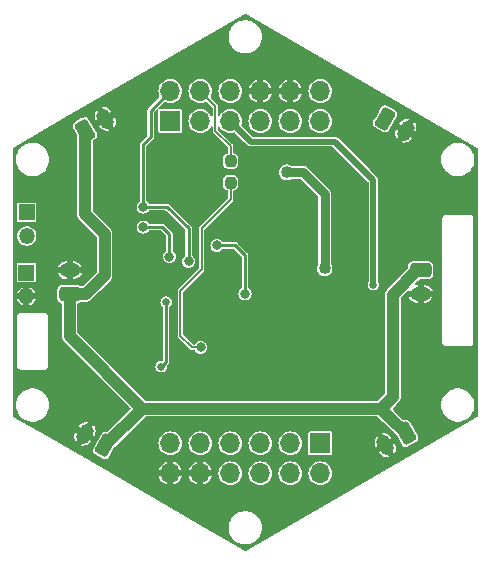
<source format=gbr>
%TF.GenerationSoftware,KiCad,Pcbnew,7.0.5*%
%TF.CreationDate,2024-01-17T11:16:35-05:00*%
%TF.ProjectId,PWR,5057522e-6b69-4636-9164-5f7063625858,rev?*%
%TF.SameCoordinates,Original*%
%TF.FileFunction,Copper,L2,Bot*%
%TF.FilePolarity,Positive*%
%FSLAX46Y46*%
G04 Gerber Fmt 4.6, Leading zero omitted, Abs format (unit mm)*
G04 Created by KiCad (PCBNEW 7.0.5) date 2024-01-17 11:16:35*
%MOMM*%
%LPD*%
G01*
G04 APERTURE LIST*
G04 Aperture macros list*
%AMRoundRect*
0 Rectangle with rounded corners*
0 $1 Rounding radius*
0 $2 $3 $4 $5 $6 $7 $8 $9 X,Y pos of 4 corners*
0 Add a 4 corners polygon primitive as box body*
4,1,4,$2,$3,$4,$5,$6,$7,$8,$9,$2,$3,0*
0 Add four circle primitives for the rounded corners*
1,1,$1+$1,$2,$3*
1,1,$1+$1,$4,$5*
1,1,$1+$1,$6,$7*
1,1,$1+$1,$8,$9*
0 Add four rect primitives between the rounded corners*
20,1,$1+$1,$2,$3,$4,$5,0*
20,1,$1+$1,$4,$5,$6,$7,0*
20,1,$1+$1,$6,$7,$8,$9,0*
20,1,$1+$1,$8,$9,$2,$3,0*%
%AMHorizOval*
0 Thick line with rounded ends*
0 $1 width*
0 $2 $3 position (X,Y) of the first rounded end (center of the circle)*
0 $4 $5 position (X,Y) of the second rounded end (center of the circle)*
0 Add line between two ends*
20,1,$1,$2,$3,$4,$5,0*
0 Add two circle primitives to create the rounded ends*
1,1,$1,$2,$3*
1,1,$1,$4,$5*%
G04 Aperture macros list end*
%TA.AperFunction,ComponentPad*%
%ADD10RoundRect,0.250000X-0.021891X0.737917X-0.628109X0.387917X0.021891X-0.737917X0.628109X-0.387917X0*%
%TD*%
%TA.AperFunction,ComponentPad*%
%ADD11HorizOval,1.200000X-0.150000X0.259808X0.150000X-0.259808X0*%
%TD*%
%TA.AperFunction,ComponentPad*%
%ADD12R,1.700000X1.700000*%
%TD*%
%TA.AperFunction,ComponentPad*%
%ADD13O,1.700000X1.700000*%
%TD*%
%TA.AperFunction,ComponentPad*%
%ADD14RoundRect,0.250000X-0.650000X0.350000X-0.650000X-0.350000X0.650000X-0.350000X0.650000X0.350000X0*%
%TD*%
%TA.AperFunction,ComponentPad*%
%ADD15O,1.800000X1.200000*%
%TD*%
%TA.AperFunction,ComponentPad*%
%ADD16RoundRect,0.250000X-0.628109X-0.387917X-0.021891X-0.737917X0.628109X0.387917X0.021891X0.737917X0*%
%TD*%
%TA.AperFunction,ComponentPad*%
%ADD17HorizOval,1.200000X-0.150000X-0.259808X0.150000X0.259808X0*%
%TD*%
%TA.AperFunction,ComponentPad*%
%ADD18RoundRect,0.250000X0.650000X-0.350000X0.650000X0.350000X-0.650000X0.350000X-0.650000X-0.350000X0*%
%TD*%
%TA.AperFunction,ComponentPad*%
%ADD19RoundRect,0.250000X0.021891X-0.737917X0.628109X-0.387917X-0.021891X0.737917X-0.628109X0.387917X0*%
%TD*%
%TA.AperFunction,ComponentPad*%
%ADD20RoundRect,0.250000X0.628109X0.387917X0.021891X0.737917X-0.628109X-0.387917X-0.021891X-0.737917X0*%
%TD*%
%TA.AperFunction,ComponentPad*%
%ADD21HorizOval,1.200000X0.150000X0.259808X-0.150000X-0.259808X0*%
%TD*%
%TA.AperFunction,ComponentPad*%
%ADD22R,1.350000X1.350000*%
%TD*%
%TA.AperFunction,ComponentPad*%
%ADD23O,1.350000X1.350000*%
%TD*%
%TA.AperFunction,SMDPad,CuDef*%
%ADD24RoundRect,0.237500X-0.237500X0.250000X-0.237500X-0.250000X0.237500X-0.250000X0.237500X0.250000X0*%
%TD*%
%TA.AperFunction,ViaPad*%
%ADD25C,0.660400*%
%TD*%
%TA.AperFunction,ViaPad*%
%ADD26C,1.016000*%
%TD*%
%TA.AperFunction,ViaPad*%
%ADD27C,0.800000*%
%TD*%
%TA.AperFunction,Conductor*%
%ADD28C,0.762000*%
%TD*%
%TA.AperFunction,Conductor*%
%ADD29C,0.254000*%
%TD*%
%TA.AperFunction,Conductor*%
%ADD30C,1.016000*%
%TD*%
%TA.AperFunction,Conductor*%
%ADD31C,0.508000*%
%TD*%
%TA.AperFunction,Conductor*%
%ADD32C,0.152400*%
%TD*%
G04 APERTURE END LIST*
D10*
%TO.P,J4,1,Pin_1*%
%TO.N,/SC*%
X160607050Y-108212916D03*
D11*
%TO.P,J4,2,Pin_2*%
%TO.N,GND*%
X158874999Y-109212916D03*
%TD*%
D12*
%TO.P,J5,1,Pin_1*%
%TO.N,/VBAT*%
X140650000Y-81766978D03*
D13*
%TO.P,J5,2,Pin_2*%
%TO.N,/D8*%
X140650000Y-79226978D03*
%TO.P,J5,3,Pin_3*%
%TO.N,/A5*%
X143190000Y-81766978D03*
%TO.P,J5,4,Pin_4*%
%TO.N,/A3*%
X143190000Y-79226978D03*
%TO.P,J5,5,Pin_5*%
%TO.N,+5V*%
X145730000Y-81766978D03*
%TO.P,J5,6,Pin_6*%
%TO.N,/A2*%
X145730000Y-79226978D03*
%TO.P,J5,7,Pin_7*%
%TO.N,/RXD*%
X148270000Y-81766978D03*
%TO.P,J5,8,Pin_8*%
%TO.N,GND*%
X148270000Y-79226978D03*
%TO.P,J5,9,Pin_9*%
%TO.N,/TXD*%
X150810000Y-81766978D03*
%TO.P,J5,10,Pin_10*%
%TO.N,GND*%
X150810000Y-79226978D03*
%TO.P,J5,11,Pin_11*%
%TO.N,/SDA*%
X153350000Y-81766978D03*
%TO.P,J5,12,Pin_12*%
%TO.N,/SCL*%
X153350000Y-79226978D03*
%TD*%
D14*
%TO.P,J8,1,Pin_1*%
%TO.N,/SC*%
X161850000Y-94400000D03*
D15*
%TO.P,J8,2,Pin_2*%
%TO.N,GND*%
X161850000Y-96400000D03*
%TD*%
D16*
%TO.P,J7,1,Pin_1*%
%TO.N,/SC*%
X158846475Y-81568542D03*
D17*
%TO.P,J7,2,Pin_2*%
%TO.N,GND*%
X160578526Y-82568542D03*
%TD*%
D18*
%TO.P,J10,1,Pin_1*%
%TO.N,/SC*%
X132150000Y-96400000D03*
D15*
%TO.P,J10,2,Pin_2*%
%TO.N,GND*%
X132150000Y-94400000D03*
%TD*%
D19*
%TO.P,J9,1,Pin_1*%
%TO.N,/SC*%
X133421475Y-82568542D03*
D11*
%TO.P,J9,2,Pin_2*%
%TO.N,GND*%
X135153526Y-81568542D03*
%TD*%
D12*
%TO.P,J6,1,Pin_1*%
%TO.N,/D12*%
X153350000Y-109045000D03*
D13*
%TO.P,J6,2,Pin_2*%
%TO.N,/D10*%
X153350000Y-111585000D03*
%TO.P,J6,3,Pin_3*%
%TO.N,/MOSI*%
X150810000Y-109045000D03*
%TO.P,J6,4,Pin_4*%
%TO.N,/D1*%
X150810000Y-111585000D03*
%TO.P,J6,5,Pin_5*%
%TO.N,/SCK*%
X148270000Y-109045000D03*
%TO.P,J6,6,Pin_6*%
%TO.N,/D3*%
X148270000Y-111585000D03*
%TO.P,J6,7,Pin_7*%
%TO.N,/D2*%
X145730000Y-109045000D03*
%TO.P,J6,8,Pin_8*%
%TO.N,/A4*%
X145730000Y-111585000D03*
%TO.P,J6,9,Pin_9*%
%TO.N,/MISO*%
X143190000Y-109045000D03*
%TO.P,J6,10,Pin_10*%
%TO.N,GND*%
X143190000Y-111585000D03*
%TO.P,J6,11,Pin_11*%
%TO.N,/D4*%
X140650000Y-109045000D03*
%TO.P,J6,12,Pin_12*%
%TO.N,GND*%
X140650000Y-111585000D03*
%TD*%
D20*
%TO.P,J1,1,Pin_1*%
%TO.N,/SC*%
X135153525Y-109231458D03*
D21*
%TO.P,J1,2,Pin_2*%
%TO.N,GND*%
X133421474Y-108231458D03*
%TD*%
D22*
%TO.P,J2,1,Pin_1*%
%TO.N,/VBAT*%
X128490000Y-89500000D03*
D23*
%TO.P,J2,2,Pin_2*%
%TO.N,/BATTERY*%
X128490000Y-91500000D03*
%TD*%
D22*
%TO.P,J3,1,Pin_1*%
%TO.N,/BATTERY*%
X128480000Y-94590000D03*
D23*
%TO.P,J3,2,Pin_2*%
%TO.N,GND*%
X128480000Y-96590000D03*
%TD*%
D24*
%TO.P,R2,1*%
%TO.N,/A3*%
X145770000Y-85147500D03*
%TO.P,R2,2*%
%TO.N,/VBAT_OK_t*%
X145770000Y-86972500D03*
%TD*%
D25*
%TO.N,GND*%
X162000000Y-102500000D03*
X157500000Y-99000000D03*
X152500000Y-84500000D03*
X140000000Y-84500000D03*
X131500000Y-86500000D03*
X150500000Y-84500000D03*
X143264280Y-96318220D03*
X155500000Y-104500000D03*
X137000000Y-84500000D03*
X162500000Y-86000000D03*
X148500000Y-84500000D03*
X136500000Y-87500000D03*
X160500000Y-90000000D03*
X155000000Y-101000000D03*
X143264280Y-97392500D03*
X162000000Y-100000000D03*
X163000000Y-107500000D03*
X157500000Y-101000000D03*
X164500000Y-102500000D03*
X140000000Y-87500000D03*
X159500000Y-89000000D03*
X165500000Y-88000000D03*
X131500000Y-105000000D03*
X132500000Y-103000000D03*
X145000000Y-114500000D03*
X137500000Y-79500000D03*
X135500000Y-84000000D03*
X156500000Y-109000000D03*
X160500000Y-85000000D03*
X144420000Y-97392500D03*
X163500000Y-88000000D03*
X143264280Y-104398220D03*
X137500000Y-82500000D03*
X157500000Y-103000000D03*
X162500000Y-83500000D03*
X142500000Y-114500000D03*
X156500000Y-111500000D03*
X133500000Y-104500000D03*
X155000000Y-99000000D03*
X157500000Y-104500000D03*
X148500000Y-114500000D03*
X144409280Y-96333220D03*
X159500000Y-91000000D03*
X135000000Y-106000000D03*
X138000000Y-111500000D03*
X151000000Y-114500000D03*
X131500000Y-84000000D03*
X131500000Y-91000000D03*
X149000000Y-87500000D03*
X150000000Y-92000000D03*
D26*
%TO.N,/VBAT*%
X150520000Y-86100000D03*
X153725000Y-94240000D03*
D27*
%TO.N,Net-(U2-VOC_SAMP)*%
X146980000Y-96392500D03*
X144614280Y-92298220D03*
D25*
%TO.N,+5V*%
X157850000Y-95620000D03*
D27*
%TO.N,/VOUT_EN*%
X140580000Y-93232500D03*
X138362500Y-90742500D03*
D25*
%TO.N,Net-(U2-VRDIV)*%
X139881780Y-102558220D03*
X140304280Y-97098220D03*
D27*
%TO.N,/D8*%
X142200000Y-93652500D03*
X138362500Y-89042500D03*
%TO.N,/VBAT_OK_t*%
X143230000Y-100912500D03*
%TD*%
D28*
%TO.N,/VBAT*%
X151900000Y-86100000D02*
X150520000Y-86100000D01*
X153725000Y-87925000D02*
X151900000Y-86100000D01*
X153725000Y-94240000D02*
X153725000Y-87925000D01*
D29*
%TO.N,Net-(U2-VOC_SAMP)*%
X146980000Y-93128220D02*
X146150000Y-92298220D01*
X146980000Y-96392500D02*
X146980000Y-93128220D01*
X146150000Y-92298220D02*
X144614280Y-92298220D01*
D30*
%TO.N,/SC*%
X161850000Y-94400000D02*
X161567525Y-94400000D01*
X135100000Y-91350000D02*
X135100000Y-94800000D01*
X133421475Y-82568542D02*
X133421475Y-89671475D01*
X132125000Y-99940017D02*
X138284983Y-106100000D01*
X160607050Y-108212916D02*
X159122067Y-106727933D01*
X159500000Y-96467525D02*
X159500000Y-105094134D01*
X133500000Y-96400000D02*
X132125000Y-96400000D01*
X135100000Y-94800000D02*
X133500000Y-96400000D01*
X133421475Y-89671475D02*
X135100000Y-91350000D01*
X132125000Y-96400000D02*
X132125000Y-99940017D01*
X138284983Y-106100000D02*
X158494134Y-106100000D01*
X158494134Y-106100000D02*
X159122067Y-106727933D01*
X135153525Y-109231458D02*
X138284983Y-106100000D01*
X161567525Y-94400000D02*
X159500000Y-96467525D01*
X159500000Y-105094134D02*
X158494134Y-106100000D01*
D31*
%TO.N,+5V*%
X147206511Y-83243489D02*
X145730000Y-81766978D01*
X147206511Y-83243489D02*
X147463022Y-83500000D01*
X157850000Y-86760000D02*
X157270000Y-86180000D01*
X147463022Y-83500000D02*
X154590000Y-83500000D01*
X157850000Y-95620000D02*
X157850000Y-86760000D01*
X154590000Y-83500000D02*
X157270000Y-86180000D01*
D29*
%TO.N,/VOUT_EN*%
X140580000Y-93232500D02*
X140580000Y-91328220D01*
X138362500Y-90742500D02*
X139994280Y-90742500D01*
X140580000Y-91328220D02*
X139994280Y-90742500D01*
%TO.N,Net-(U2-VRDIV)*%
X140304280Y-97098220D02*
X140304280Y-102135720D01*
X140304280Y-102135720D02*
X139881780Y-102558220D01*
%TO.N,/D8*%
X139000000Y-83100000D02*
X139000000Y-80876978D01*
X140394280Y-89042500D02*
X142200000Y-90848220D01*
X142200000Y-90848220D02*
X142200000Y-93652500D01*
X138362500Y-89042500D02*
X140394280Y-89042500D01*
X139000000Y-80876978D02*
X140650000Y-79226978D01*
X138362500Y-83737500D02*
X139000000Y-83100000D01*
X138362500Y-89042500D02*
X138362500Y-83737500D01*
D32*
%TO.N,/A3*%
X144470000Y-80506978D02*
X143190000Y-79226978D01*
X144470000Y-82570000D02*
X144470000Y-80506978D01*
X145770000Y-83870000D02*
X144470000Y-82570000D01*
X145770000Y-85147500D02*
X145770000Y-83870000D01*
%TO.N,/VBAT_OK_t*%
X145770000Y-86972500D02*
X145770000Y-88400000D01*
X143320000Y-90850000D02*
X143320000Y-94330000D01*
X141500000Y-96150000D02*
X141500000Y-99930000D01*
X145770000Y-88400000D02*
X143320000Y-90850000D01*
X143320000Y-94330000D02*
X141500000Y-96150000D01*
X142482500Y-100912500D02*
X143230000Y-100912500D01*
X141500000Y-99930000D02*
X142482500Y-100912500D01*
%TD*%
%TA.AperFunction,Conductor*%
%TO.N,GND*%
G36*
X147043946Y-72689881D02*
G01*
X166650750Y-84009873D01*
X166689399Y-84055933D01*
X166694700Y-84085997D01*
X166694700Y-106725978D01*
X166674135Y-106782479D01*
X166650750Y-106802102D01*
X147043949Y-118122094D01*
X146984735Y-118132535D01*
X146956049Y-118122094D01*
X145978254Y-117557564D01*
X143610602Y-116190599D01*
X145589884Y-116190599D01*
X145609115Y-116422695D01*
X145609116Y-116422701D01*
X145666286Y-116648459D01*
X145666289Y-116648467D01*
X145737987Y-116811920D01*
X145759840Y-116861740D01*
X145759844Y-116861746D01*
X145887215Y-117056704D01*
X145887216Y-117056706D01*
X145887220Y-117056710D01*
X146044954Y-117228055D01*
X146228740Y-117371101D01*
X146433563Y-117481946D01*
X146653837Y-117557566D01*
X146653839Y-117557566D01*
X146653841Y-117557567D01*
X146883550Y-117595899D01*
X146883554Y-117595899D01*
X147116450Y-117595899D01*
X147346158Y-117557567D01*
X147346158Y-117557566D01*
X147346163Y-117557566D01*
X147566437Y-117481946D01*
X147771260Y-117371101D01*
X147955046Y-117228055D01*
X148112780Y-117056710D01*
X148240160Y-116861740D01*
X148333712Y-116648463D01*
X148390884Y-116422696D01*
X148410116Y-116190599D01*
X148390884Y-115958502D01*
X148390883Y-115958496D01*
X148333713Y-115732738D01*
X148333710Y-115732730D01*
X148240164Y-115519468D01*
X148240160Y-115519458D01*
X148159435Y-115395899D01*
X148112784Y-115324493D01*
X148112783Y-115324491D01*
X147955050Y-115153147D01*
X147955048Y-115153146D01*
X147955046Y-115153143D01*
X147771260Y-115010097D01*
X147566437Y-114899252D01*
X147566433Y-114899250D01*
X147566430Y-114899249D01*
X147346167Y-114823633D01*
X147346158Y-114823630D01*
X147116450Y-114785299D01*
X147116446Y-114785299D01*
X146883554Y-114785299D01*
X146883550Y-114785299D01*
X146653841Y-114823630D01*
X146653832Y-114823633D01*
X146433569Y-114899249D01*
X146228740Y-115010097D01*
X146044949Y-115153147D01*
X145887216Y-115324491D01*
X145887215Y-115324493D01*
X145759844Y-115519451D01*
X145759835Y-115519468D01*
X145666289Y-115732730D01*
X145666286Y-115732738D01*
X145609116Y-115958496D01*
X145609115Y-115958502D01*
X145589884Y-116190599D01*
X143610602Y-116190599D01*
X141176551Y-114785299D01*
X135193528Y-111330999D01*
X139679544Y-111330999D01*
X139679545Y-111331000D01*
X140218884Y-111331000D01*
X140190507Y-111375156D01*
X140150000Y-111513111D01*
X140150000Y-111656889D01*
X140190507Y-111794844D01*
X140218884Y-111839000D01*
X139679545Y-111839000D01*
X139719419Y-111970452D01*
X139812504Y-112144601D01*
X139937759Y-112297224D01*
X139937775Y-112297240D01*
X140090398Y-112422495D01*
X140090397Y-112422495D01*
X140264547Y-112515580D01*
X140395999Y-112555455D01*
X140396000Y-112555455D01*
X140396000Y-112018674D01*
X140507685Y-112069680D01*
X140614237Y-112085000D01*
X140685763Y-112085000D01*
X140792315Y-112069680D01*
X140904000Y-112018674D01*
X140904000Y-112555455D01*
X141035452Y-112515580D01*
X141209601Y-112422495D01*
X141362224Y-112297240D01*
X141362240Y-112297224D01*
X141487495Y-112144601D01*
X141580580Y-111970452D01*
X141620455Y-111839000D01*
X141081116Y-111839000D01*
X141109493Y-111794844D01*
X141150000Y-111656889D01*
X141150000Y-111513111D01*
X141109493Y-111375156D01*
X141081116Y-111331000D01*
X141620455Y-111331000D01*
X141620455Y-111330999D01*
X142219544Y-111330999D01*
X142219545Y-111331000D01*
X142758884Y-111331000D01*
X142730507Y-111375156D01*
X142690000Y-111513111D01*
X142690000Y-111656889D01*
X142730507Y-111794844D01*
X142758884Y-111839000D01*
X142219545Y-111839000D01*
X142259419Y-111970452D01*
X142352504Y-112144601D01*
X142477759Y-112297224D01*
X142477775Y-112297240D01*
X142630398Y-112422495D01*
X142630397Y-112422495D01*
X142804547Y-112515580D01*
X142935999Y-112555455D01*
X142936000Y-112555455D01*
X142936000Y-112018674D01*
X143047685Y-112069680D01*
X143154237Y-112085000D01*
X143225763Y-112085000D01*
X143332315Y-112069680D01*
X143444000Y-112018674D01*
X143444000Y-112555455D01*
X143575452Y-112515580D01*
X143749601Y-112422495D01*
X143902224Y-112297240D01*
X143902240Y-112297224D01*
X144027495Y-112144601D01*
X144120580Y-111970452D01*
X144160455Y-111839000D01*
X143621116Y-111839000D01*
X143649493Y-111794844D01*
X143690000Y-111656889D01*
X143690000Y-111585000D01*
X144722247Y-111585000D01*
X144741612Y-111781609D01*
X144798898Y-111970452D01*
X144798958Y-111970650D01*
X144892084Y-112144878D01*
X145017411Y-112297589D01*
X145170122Y-112422916D01*
X145344350Y-112516042D01*
X145533397Y-112573389D01*
X145730000Y-112592753D01*
X145926603Y-112573389D01*
X146115650Y-112516042D01*
X146289878Y-112422916D01*
X146442589Y-112297589D01*
X146567916Y-112144878D01*
X146661042Y-111970650D01*
X146718389Y-111781603D01*
X146737753Y-111585000D01*
X147262247Y-111585000D01*
X147281612Y-111781609D01*
X147338898Y-111970452D01*
X147338958Y-111970650D01*
X147432084Y-112144878D01*
X147557411Y-112297589D01*
X147710122Y-112422916D01*
X147884350Y-112516042D01*
X148073397Y-112573389D01*
X148270000Y-112592753D01*
X148466603Y-112573389D01*
X148655650Y-112516042D01*
X148829878Y-112422916D01*
X148982589Y-112297589D01*
X149107916Y-112144878D01*
X149201042Y-111970650D01*
X149258389Y-111781603D01*
X149277753Y-111585000D01*
X149277753Y-111584999D01*
X149802247Y-111584999D01*
X149821612Y-111781609D01*
X149878898Y-111970452D01*
X149878958Y-111970650D01*
X149972084Y-112144878D01*
X150097411Y-112297589D01*
X150250122Y-112422916D01*
X150424350Y-112516042D01*
X150613397Y-112573389D01*
X150810000Y-112592753D01*
X151006603Y-112573389D01*
X151195650Y-112516042D01*
X151369878Y-112422916D01*
X151522589Y-112297589D01*
X151647916Y-112144878D01*
X151741042Y-111970650D01*
X151798389Y-111781603D01*
X151817753Y-111585000D01*
X151817753Y-111584999D01*
X152342247Y-111584999D01*
X152361612Y-111781609D01*
X152418898Y-111970452D01*
X152418958Y-111970650D01*
X152512084Y-112144878D01*
X152637411Y-112297589D01*
X152790122Y-112422916D01*
X152964350Y-112516042D01*
X153153397Y-112573389D01*
X153350000Y-112592753D01*
X153546603Y-112573389D01*
X153735650Y-112516042D01*
X153909878Y-112422916D01*
X154062589Y-112297589D01*
X154187916Y-112144878D01*
X154281042Y-111970650D01*
X154338389Y-111781603D01*
X154357753Y-111585000D01*
X154338389Y-111388397D01*
X154281042Y-111199350D01*
X154187916Y-111025122D01*
X154062589Y-110872411D01*
X153909878Y-110747084D01*
X153735650Y-110653958D01*
X153735649Y-110653957D01*
X153735648Y-110653957D01*
X153546609Y-110596612D01*
X153546604Y-110596611D01*
X153546603Y-110596611D01*
X153350000Y-110577247D01*
X153349999Y-110577247D01*
X153302657Y-110581909D01*
X153153397Y-110596611D01*
X153153395Y-110596611D01*
X153153390Y-110596612D01*
X152964351Y-110653957D01*
X152790121Y-110747084D01*
X152637413Y-110872409D01*
X152637409Y-110872413D01*
X152512084Y-111025121D01*
X152418957Y-111199351D01*
X152361612Y-111388390D01*
X152342247Y-111584999D01*
X151817753Y-111584999D01*
X151798389Y-111388397D01*
X151741042Y-111199350D01*
X151647916Y-111025122D01*
X151522589Y-110872411D01*
X151369878Y-110747084D01*
X151195650Y-110653958D01*
X151195649Y-110653957D01*
X151195648Y-110653957D01*
X151006609Y-110596612D01*
X151006604Y-110596611D01*
X151006603Y-110596611D01*
X150810000Y-110577247D01*
X150809999Y-110577247D01*
X150762657Y-110581909D01*
X150613397Y-110596611D01*
X150613395Y-110596611D01*
X150613390Y-110596612D01*
X150424351Y-110653957D01*
X150250121Y-110747084D01*
X150097413Y-110872409D01*
X150097409Y-110872413D01*
X149972084Y-111025121D01*
X149878957Y-111199351D01*
X149821612Y-111388390D01*
X149802247Y-111584999D01*
X149277753Y-111584999D01*
X149258389Y-111388397D01*
X149201042Y-111199350D01*
X149107916Y-111025122D01*
X148982589Y-110872411D01*
X148829878Y-110747084D01*
X148655650Y-110653958D01*
X148655649Y-110653957D01*
X148655648Y-110653957D01*
X148466609Y-110596612D01*
X148466604Y-110596611D01*
X148466603Y-110596611D01*
X148270000Y-110577247D01*
X148073397Y-110596611D01*
X148073395Y-110596611D01*
X148073390Y-110596612D01*
X147884351Y-110653957D01*
X147710121Y-110747084D01*
X147557413Y-110872409D01*
X147557409Y-110872413D01*
X147432084Y-111025121D01*
X147338957Y-111199351D01*
X147281612Y-111388390D01*
X147262247Y-111585000D01*
X146737753Y-111585000D01*
X146718389Y-111388397D01*
X146661042Y-111199350D01*
X146567916Y-111025122D01*
X146442589Y-110872411D01*
X146289878Y-110747084D01*
X146115650Y-110653958D01*
X146115649Y-110653957D01*
X146115648Y-110653957D01*
X145926609Y-110596612D01*
X145926604Y-110596611D01*
X145926603Y-110596611D01*
X145730000Y-110577247D01*
X145533397Y-110596611D01*
X145533395Y-110596611D01*
X145533390Y-110596612D01*
X145344351Y-110653957D01*
X145170121Y-110747084D01*
X145017413Y-110872409D01*
X145017409Y-110872413D01*
X144892084Y-111025121D01*
X144798957Y-111199351D01*
X144741612Y-111388390D01*
X144722247Y-111585000D01*
X143690000Y-111585000D01*
X143690000Y-111513111D01*
X143649493Y-111375156D01*
X143621116Y-111331000D01*
X144160455Y-111331000D01*
X144160455Y-111330999D01*
X144120580Y-111199547D01*
X144027495Y-111025398D01*
X143902240Y-110872775D01*
X143902224Y-110872759D01*
X143749601Y-110747504D01*
X143749602Y-110747504D01*
X143575458Y-110654422D01*
X143444000Y-110614544D01*
X143444000Y-111151325D01*
X143332315Y-111100320D01*
X143225763Y-111085000D01*
X143154237Y-111085000D01*
X143047685Y-111100320D01*
X142936000Y-111151325D01*
X142936000Y-110614544D01*
X142804541Y-110654422D01*
X142630398Y-110747504D01*
X142477775Y-110872759D01*
X142477759Y-110872775D01*
X142352504Y-111025398D01*
X142259419Y-111199547D01*
X142219544Y-111330999D01*
X141620455Y-111330999D01*
X141580580Y-111199547D01*
X141487495Y-111025398D01*
X141362240Y-110872775D01*
X141362224Y-110872759D01*
X141209601Y-110747504D01*
X141209602Y-110747504D01*
X141035458Y-110654422D01*
X140904000Y-110614544D01*
X140904000Y-111151325D01*
X140792315Y-111100320D01*
X140685763Y-111085000D01*
X140614237Y-111085000D01*
X140507685Y-111100320D01*
X140396000Y-111151325D01*
X140396000Y-110614544D01*
X140264541Y-110654422D01*
X140090398Y-110747504D01*
X139937775Y-110872759D01*
X139937759Y-110872775D01*
X139812504Y-111025398D01*
X139719419Y-111199547D01*
X139679544Y-111330999D01*
X135193528Y-111330999D01*
X130198676Y-108447220D01*
X132515234Y-108447220D01*
X132525459Y-108622804D01*
X132525460Y-108622814D01*
X132575902Y-108791298D01*
X132575903Y-108791301D01*
X132663847Y-108943625D01*
X132696827Y-108978582D01*
X133045504Y-108374653D01*
X133093833Y-108469503D01*
X133183429Y-108559099D01*
X133296326Y-108616623D01*
X133389993Y-108631458D01*
X133452955Y-108631458D01*
X133486933Y-108626076D01*
X133136520Y-109233013D01*
X133271475Y-109248787D01*
X133446173Y-109228368D01*
X133611451Y-109168210D01*
X133758395Y-109071564D01*
X133758401Y-109071559D01*
X133879098Y-108943627D01*
X133946070Y-108827627D01*
X133564671Y-108607426D01*
X133659519Y-108559099D01*
X133749115Y-108469503D01*
X133806639Y-108356606D01*
X133826460Y-108231458D01*
X133816092Y-108165996D01*
X134200071Y-108387686D01*
X134244984Y-108309893D01*
X134297172Y-108188909D01*
X134327714Y-108015693D01*
X134317488Y-107840107D01*
X134267045Y-107671616D01*
X134267044Y-107671613D01*
X134179098Y-107519286D01*
X134146120Y-107484331D01*
X133797441Y-108088259D01*
X133749115Y-107993413D01*
X133659519Y-107903817D01*
X133546622Y-107846293D01*
X133452955Y-107831458D01*
X133389993Y-107831458D01*
X133356010Y-107836840D01*
X133706427Y-107229900D01*
X133571474Y-107214128D01*
X133396774Y-107234547D01*
X133231501Y-107294703D01*
X133084543Y-107391358D01*
X133084541Y-107391360D01*
X132963850Y-107519285D01*
X132963847Y-107519289D01*
X132896875Y-107635288D01*
X133278277Y-107855489D01*
X133183429Y-107903817D01*
X133093833Y-107993413D01*
X133036309Y-108106310D01*
X133016488Y-108231458D01*
X133026855Y-108296919D01*
X132642875Y-108075228D01*
X132597967Y-108153011D01*
X132597961Y-108153023D01*
X132545775Y-108274006D01*
X132515234Y-108447220D01*
X130198676Y-108447220D01*
X127349250Y-106802103D01*
X127310601Y-106756043D01*
X127305300Y-106725979D01*
X127305300Y-105798293D01*
X127589884Y-105798293D01*
X127609115Y-106030390D01*
X127609116Y-106030396D01*
X127666286Y-106256154D01*
X127666289Y-106256162D01*
X127737987Y-106419615D01*
X127759840Y-106469435D01*
X127759844Y-106469441D01*
X127887215Y-106664399D01*
X127887216Y-106664401D01*
X128013979Y-106802103D01*
X128044954Y-106835750D01*
X128228740Y-106978796D01*
X128433563Y-107089641D01*
X128653837Y-107165261D01*
X128653839Y-107165261D01*
X128653841Y-107165262D01*
X128883550Y-107203594D01*
X128883554Y-107203594D01*
X129116450Y-107203594D01*
X129346158Y-107165262D01*
X129346158Y-107165261D01*
X129346163Y-107165261D01*
X129566437Y-107089641D01*
X129771260Y-106978796D01*
X129955046Y-106835750D01*
X130112780Y-106664405D01*
X130240160Y-106469435D01*
X130333712Y-106256158D01*
X130390884Y-106030391D01*
X130410116Y-105798294D01*
X130390884Y-105566197D01*
X130390883Y-105566191D01*
X130333713Y-105340433D01*
X130333710Y-105340425D01*
X130262013Y-105176973D01*
X130240160Y-105127153D01*
X130159435Y-105003594D01*
X130112784Y-104932188D01*
X130112783Y-104932186D01*
X129955050Y-104760842D01*
X129955048Y-104760841D01*
X129955046Y-104760838D01*
X129771260Y-104617792D01*
X129566437Y-104506947D01*
X129566433Y-104506945D01*
X129566430Y-104506944D01*
X129346167Y-104431328D01*
X129346158Y-104431325D01*
X129116450Y-104392994D01*
X129116446Y-104392994D01*
X128883554Y-104392994D01*
X128883550Y-104392994D01*
X128653841Y-104431325D01*
X128653832Y-104431328D01*
X128433569Y-104506944D01*
X128228740Y-104617792D01*
X128044949Y-104760842D01*
X127887216Y-104932186D01*
X127887215Y-104932188D01*
X127759844Y-105127146D01*
X127759835Y-105127163D01*
X127666289Y-105340425D01*
X127666286Y-105340433D01*
X127609116Y-105566191D01*
X127609115Y-105566197D01*
X127589884Y-105798293D01*
X127305300Y-105798293D01*
X127305300Y-102471342D01*
X127690736Y-102471342D01*
X127694512Y-102512086D01*
X127694700Y-102516144D01*
X127694700Y-102528294D01*
X127696930Y-102540228D01*
X127697491Y-102544244D01*
X127698787Y-102558223D01*
X127701268Y-102584996D01*
X127702261Y-102586991D01*
X127709974Y-102610003D01*
X127710385Y-102612197D01*
X127710386Y-102612200D01*
X127731922Y-102646981D01*
X127733898Y-102650528D01*
X127752144Y-102687170D01*
X127753787Y-102688668D01*
X127769301Y-102707350D01*
X127770471Y-102709240D01*
X127770473Y-102709242D01*
X127803130Y-102733905D01*
X127806253Y-102736498D01*
X127818712Y-102747855D01*
X127836496Y-102764067D01*
X127836498Y-102764067D01*
X127836502Y-102764070D01*
X127838567Y-102764870D01*
X127859784Y-102776687D01*
X127860871Y-102777507D01*
X127861559Y-102778027D01*
X127900912Y-102789223D01*
X127904764Y-102790514D01*
X127919452Y-102796204D01*
X127942930Y-102805300D01*
X127945152Y-102805300D01*
X127969207Y-102808656D01*
X127971342Y-102809263D01*
X127971342Y-102809262D01*
X127971343Y-102809263D01*
X127981636Y-102808309D01*
X128012087Y-102805488D01*
X128016145Y-102805300D01*
X129945152Y-102805300D01*
X129969207Y-102808656D01*
X129971342Y-102809263D01*
X129971342Y-102809262D01*
X129971343Y-102809263D01*
X129981636Y-102808309D01*
X130012087Y-102805488D01*
X130016145Y-102805300D01*
X130028288Y-102805300D01*
X130028289Y-102805300D01*
X130040241Y-102803065D01*
X130044226Y-102802509D01*
X130084996Y-102798732D01*
X130086982Y-102797742D01*
X130110012Y-102790024D01*
X130111338Y-102789775D01*
X130112197Y-102789615D01*
X130147010Y-102768059D01*
X130150526Y-102766101D01*
X130187171Y-102747855D01*
X130188666Y-102746214D01*
X130207360Y-102730691D01*
X130209242Y-102729527D01*
X130233908Y-102696862D01*
X130236481Y-102693762D01*
X130264067Y-102663504D01*
X130264869Y-102661432D01*
X130276690Y-102640210D01*
X130278027Y-102638441D01*
X130289231Y-102599058D01*
X130290506Y-102595253D01*
X130305300Y-102557070D01*
X130305300Y-102554846D01*
X130308656Y-102530790D01*
X130309263Y-102528657D01*
X130305486Y-102487897D01*
X130305300Y-102483875D01*
X130305300Y-98354845D01*
X130308656Y-98330790D01*
X130309263Y-98328657D01*
X130308104Y-98316144D01*
X130305488Y-98287911D01*
X130305300Y-98283854D01*
X130305300Y-98271711D01*
X130304831Y-98269204D01*
X130303065Y-98259757D01*
X130302509Y-98255775D01*
X130298732Y-98215004D01*
X130297740Y-98213011D01*
X130290022Y-98189981D01*
X130289615Y-98187804D01*
X130289615Y-98187803D01*
X130268070Y-98153006D01*
X130266100Y-98149469D01*
X130247855Y-98112829D01*
X130246208Y-98111328D01*
X130230693Y-98092642D01*
X130229527Y-98090758D01*
X130229525Y-98090756D01*
X130215000Y-98079787D01*
X130196860Y-98066089D01*
X130193745Y-98063501D01*
X130163504Y-98035933D01*
X130161426Y-98035128D01*
X130140217Y-98023314D01*
X130138441Y-98021973D01*
X130138436Y-98021971D01*
X130099076Y-98010771D01*
X130095226Y-98009481D01*
X130057074Y-97994701D01*
X130057071Y-97994700D01*
X130057070Y-97994700D01*
X130057069Y-97994700D01*
X130054848Y-97994700D01*
X130030793Y-97991344D01*
X130028657Y-97990736D01*
X129987913Y-97994512D01*
X129983855Y-97994700D01*
X128054848Y-97994700D01*
X128030793Y-97991344D01*
X128028657Y-97990736D01*
X127987913Y-97994512D01*
X127983855Y-97994700D01*
X127971706Y-97994700D01*
X127959773Y-97996930D01*
X127955757Y-97997491D01*
X127915004Y-98001268D01*
X127914998Y-98001270D01*
X127913002Y-98002264D01*
X127889999Y-98009974D01*
X127887803Y-98010384D01*
X127853008Y-98031927D01*
X127849463Y-98033902D01*
X127812826Y-98052146D01*
X127812825Y-98052147D01*
X127811321Y-98053797D01*
X127792655Y-98069297D01*
X127790758Y-98070471D01*
X127790757Y-98070472D01*
X127766090Y-98103134D01*
X127763498Y-98106256D01*
X127735932Y-98136496D01*
X127735931Y-98136497D01*
X127735125Y-98138579D01*
X127723318Y-98159777D01*
X127721973Y-98161557D01*
X127721971Y-98161561D01*
X127710775Y-98200916D01*
X127709484Y-98204767D01*
X127694701Y-98242925D01*
X127694700Y-98242931D01*
X127694700Y-98245151D01*
X127691345Y-98269204D01*
X127690736Y-98271342D01*
X127694512Y-98312086D01*
X127694700Y-98316144D01*
X127694700Y-102445151D01*
X127691345Y-102469204D01*
X127690736Y-102471342D01*
X127305300Y-102471342D01*
X127305300Y-96844000D01*
X127692549Y-96844000D01*
X127719970Y-96928389D01*
X127806934Y-97079015D01*
X127806935Y-97079016D01*
X127923310Y-97208264D01*
X128064022Y-97310497D01*
X128222912Y-97381239D01*
X128225999Y-97381894D01*
X128226000Y-97381894D01*
X128226000Y-96901686D01*
X128241955Y-96917641D01*
X128354852Y-96975165D01*
X128448519Y-96990000D01*
X128511481Y-96990000D01*
X128605148Y-96975165D01*
X128718045Y-96917641D01*
X128734000Y-96901686D01*
X128734000Y-97381894D01*
X128737087Y-97381239D01*
X128895977Y-97310497D01*
X129036689Y-97208264D01*
X129153064Y-97079016D01*
X129153065Y-97079015D01*
X129240029Y-96928389D01*
X129267451Y-96844000D01*
X128791686Y-96844000D01*
X128807641Y-96828045D01*
X128831251Y-96781708D01*
X131097100Y-96781708D01*
X131097912Y-96786833D01*
X131112042Y-96876053D01*
X131169843Y-96989496D01*
X131169984Y-96989771D01*
X131260229Y-97080016D01*
X131373945Y-97137957D01*
X131373944Y-97137957D01*
X131389950Y-97140492D01*
X131442539Y-97169642D01*
X131464087Y-97225775D01*
X131464100Y-97227310D01*
X131464100Y-99918706D01*
X131464020Y-99921360D01*
X131460459Y-99980214D01*
X131460460Y-99980218D01*
X131471086Y-100038202D01*
X131471486Y-100040827D01*
X131478591Y-100099339D01*
X131478591Y-100099341D01*
X131478592Y-100099342D01*
X131482920Y-100110755D01*
X131487190Y-100126073D01*
X131489390Y-100138078D01*
X131489390Y-100138081D01*
X131513581Y-100191829D01*
X131514597Y-100194282D01*
X131535503Y-100249406D01*
X131535506Y-100249411D01*
X131542440Y-100259457D01*
X131550251Y-100273306D01*
X131555261Y-100284437D01*
X131591619Y-100330845D01*
X131593182Y-100332970D01*
X131626674Y-100381492D01*
X131626675Y-100381493D01*
X131626676Y-100381494D01*
X131670807Y-100420591D01*
X131672730Y-100422400D01*
X137288173Y-106037844D01*
X137313584Y-106092338D01*
X137298021Y-106150416D01*
X137288173Y-106162154D01*
X135369649Y-108080678D01*
X135315155Y-108106089D01*
X135275994Y-108100585D01*
X135260228Y-108094533D01*
X135260227Y-108094532D01*
X135132777Y-108087854D01*
X135132776Y-108087854D01*
X135009499Y-108120886D01*
X135009497Y-108120886D01*
X135009497Y-108120887D01*
X134902462Y-108190396D01*
X134902461Y-108190397D01*
X134842351Y-108264627D01*
X134842348Y-108264630D01*
X134450331Y-108943625D01*
X134160640Y-109445384D01*
X134160640Y-109445385D01*
X134160639Y-109445387D01*
X134126408Y-109534561D01*
X134126407Y-109534565D01*
X134119727Y-109662008D01*
X134119727Y-109662011D01*
X134119727Y-109662014D01*
X134119728Y-109662014D01*
X134152760Y-109785291D01*
X134216158Y-109882915D01*
X134222271Y-109892328D01*
X134222272Y-109892329D01*
X134296501Y-109952438D01*
X134296504Y-109952441D01*
X134296506Y-109952442D01*
X134957644Y-110334150D01*
X134957652Y-110334153D01*
X134957654Y-110334154D01*
X135046819Y-110368382D01*
X135046822Y-110368383D01*
X135174274Y-110375062D01*
X135297551Y-110342030D01*
X135404587Y-110272520D01*
X135464702Y-110198284D01*
X135927943Y-109395925D01*
X135941905Y-109377729D01*
X136274634Y-109045000D01*
X139642247Y-109045000D01*
X139660307Y-109228368D01*
X139661612Y-109241609D01*
X139718957Y-109430648D01*
X139718958Y-109430650D01*
X139812084Y-109604878D01*
X139937411Y-109757589D01*
X140090122Y-109882916D01*
X140264350Y-109976042D01*
X140453397Y-110033389D01*
X140650000Y-110052753D01*
X140846603Y-110033389D01*
X141035650Y-109976042D01*
X141209878Y-109882916D01*
X141362589Y-109757589D01*
X141487916Y-109604878D01*
X141581042Y-109430650D01*
X141638389Y-109241603D01*
X141657753Y-109045000D01*
X142182247Y-109045000D01*
X142200307Y-109228368D01*
X142201612Y-109241609D01*
X142258957Y-109430648D01*
X142258958Y-109430650D01*
X142352084Y-109604878D01*
X142477411Y-109757589D01*
X142630122Y-109882916D01*
X142804350Y-109976042D01*
X142993397Y-110033389D01*
X143190000Y-110052753D01*
X143386603Y-110033389D01*
X143575650Y-109976042D01*
X143749878Y-109882916D01*
X143902589Y-109757589D01*
X144027916Y-109604878D01*
X144121042Y-109430650D01*
X144178389Y-109241603D01*
X144197753Y-109045000D01*
X144722247Y-109045000D01*
X144740307Y-109228368D01*
X144741612Y-109241609D01*
X144798957Y-109430648D01*
X144798958Y-109430650D01*
X144892084Y-109604878D01*
X145017411Y-109757589D01*
X145170122Y-109882916D01*
X145344350Y-109976042D01*
X145533397Y-110033389D01*
X145730000Y-110052753D01*
X145926603Y-110033389D01*
X146115650Y-109976042D01*
X146289878Y-109882916D01*
X146442589Y-109757589D01*
X146567916Y-109604878D01*
X146661042Y-109430650D01*
X146718389Y-109241603D01*
X146737753Y-109045000D01*
X147262247Y-109045000D01*
X147280307Y-109228368D01*
X147281612Y-109241609D01*
X147338957Y-109430648D01*
X147338958Y-109430650D01*
X147432084Y-109604878D01*
X147557411Y-109757589D01*
X147710122Y-109882916D01*
X147884350Y-109976042D01*
X148073397Y-110033389D01*
X148270000Y-110052753D01*
X148466603Y-110033389D01*
X148655650Y-109976042D01*
X148829878Y-109882916D01*
X148982589Y-109757589D01*
X149107916Y-109604878D01*
X149201042Y-109430650D01*
X149258389Y-109241603D01*
X149277753Y-109045000D01*
X149802247Y-109045000D01*
X149820307Y-109228368D01*
X149821612Y-109241609D01*
X149878957Y-109430648D01*
X149878958Y-109430650D01*
X149972084Y-109604878D01*
X150097411Y-109757589D01*
X150250122Y-109882916D01*
X150424350Y-109976042D01*
X150613397Y-110033389D01*
X150810000Y-110052753D01*
X151006603Y-110033389D01*
X151195650Y-109976042D01*
X151319098Y-109910058D01*
X152347100Y-109910058D01*
X152355530Y-109952438D01*
X152355972Y-109954658D01*
X152389766Y-110005234D01*
X152406701Y-110016550D01*
X152440341Y-110039028D01*
X152447741Y-110040499D01*
X152484943Y-110047900D01*
X154215056Y-110047899D01*
X154215058Y-110047899D01*
X154227750Y-110045374D01*
X154259658Y-110039028D01*
X154310234Y-110005234D01*
X154344028Y-109954658D01*
X154352900Y-109910057D01*
X154352899Y-108909061D01*
X157968759Y-108909061D01*
X157978984Y-109084649D01*
X158029427Y-109253140D01*
X158029428Y-109253143D01*
X158096401Y-109369143D01*
X158480381Y-109147452D01*
X158470013Y-109212916D01*
X158489834Y-109338064D01*
X158547358Y-109450961D01*
X158636954Y-109540557D01*
X158731800Y-109588883D01*
X158350400Y-109809085D01*
X158395313Y-109886877D01*
X158473996Y-109992566D01*
X158473997Y-109992567D01*
X158608736Y-110105625D01*
X158608741Y-110105628D01*
X158765908Y-110184561D01*
X158937058Y-110225124D01*
X159112940Y-110225124D01*
X159159703Y-110214040D01*
X158809537Y-109607534D01*
X158843518Y-109612916D01*
X158906480Y-109612916D01*
X159000147Y-109598081D01*
X159113044Y-109540557D01*
X159202640Y-109450961D01*
X159250967Y-109356113D01*
X159599893Y-109960472D01*
X159681030Y-109851487D01*
X159750696Y-109689986D01*
X159781239Y-109516769D01*
X159771013Y-109341183D01*
X159720569Y-109172688D01*
X159720568Y-109172686D01*
X159653595Y-109056686D01*
X159269617Y-109278375D01*
X159279985Y-109212916D01*
X159260164Y-109087768D01*
X159202640Y-108974871D01*
X159113044Y-108885275D01*
X159018194Y-108836946D01*
X159399596Y-108616744D01*
X159354684Y-108538953D01*
X159276001Y-108433265D01*
X159276000Y-108433264D01*
X159141264Y-108320209D01*
X159141259Y-108320206D01*
X158984090Y-108241270D01*
X158812941Y-108200708D01*
X158637055Y-108200708D01*
X158590293Y-108211789D01*
X158940459Y-108818297D01*
X158906480Y-108812916D01*
X158843518Y-108812916D01*
X158749851Y-108827751D01*
X158636954Y-108885275D01*
X158547358Y-108974871D01*
X158499030Y-109069718D01*
X158150104Y-108465359D01*
X158068967Y-108574344D01*
X157999301Y-108735845D01*
X157968759Y-108909061D01*
X154352899Y-108909061D01*
X154352899Y-108179944D01*
X154352899Y-108179943D01*
X154352899Y-108179941D01*
X154349111Y-108160902D01*
X154344028Y-108135342D01*
X154310234Y-108084766D01*
X154304116Y-108080678D01*
X154259658Y-108050971D01*
X154222456Y-108043571D01*
X154215057Y-108042100D01*
X154215056Y-108042100D01*
X152484941Y-108042100D01*
X152440341Y-108050972D01*
X152389767Y-108084765D01*
X152389764Y-108084768D01*
X152355971Y-108135341D01*
X152347100Y-108179943D01*
X152347100Y-109910058D01*
X151319098Y-109910058D01*
X151369878Y-109882916D01*
X151522589Y-109757589D01*
X151647916Y-109604878D01*
X151741042Y-109430650D01*
X151798389Y-109241603D01*
X151817753Y-109045000D01*
X151798389Y-108848397D01*
X151792088Y-108827627D01*
X151781068Y-108791298D01*
X151741042Y-108659350D01*
X151647916Y-108485122D01*
X151522589Y-108332411D01*
X151369878Y-108207084D01*
X151195650Y-108113958D01*
X151195649Y-108113957D01*
X151195648Y-108113957D01*
X151006609Y-108056612D01*
X151006604Y-108056611D01*
X151006603Y-108056611D01*
X150810000Y-108037247D01*
X150613397Y-108056611D01*
X150613395Y-108056611D01*
X150613390Y-108056612D01*
X150424351Y-108113957D01*
X150250121Y-108207084D01*
X150097413Y-108332409D01*
X150097409Y-108332413D01*
X149972084Y-108485121D01*
X149878957Y-108659351D01*
X149821612Y-108848390D01*
X149821611Y-108848395D01*
X149821611Y-108848397D01*
X149802247Y-109045000D01*
X149277753Y-109045000D01*
X149258389Y-108848397D01*
X149252088Y-108827627D01*
X149241068Y-108791298D01*
X149201042Y-108659350D01*
X149107916Y-108485122D01*
X148982589Y-108332411D01*
X148829878Y-108207084D01*
X148655650Y-108113958D01*
X148655649Y-108113957D01*
X148655648Y-108113957D01*
X148466609Y-108056612D01*
X148466604Y-108056611D01*
X148466603Y-108056611D01*
X148270000Y-108037247D01*
X148073397Y-108056611D01*
X148073395Y-108056611D01*
X148073390Y-108056612D01*
X147884351Y-108113957D01*
X147710121Y-108207084D01*
X147557413Y-108332409D01*
X147557409Y-108332413D01*
X147432084Y-108485121D01*
X147338957Y-108659351D01*
X147281612Y-108848390D01*
X147281611Y-108848395D01*
X147281611Y-108848397D01*
X147262247Y-109045000D01*
X146737753Y-109045000D01*
X146718389Y-108848397D01*
X146712088Y-108827627D01*
X146701068Y-108791298D01*
X146661042Y-108659350D01*
X146567916Y-108485122D01*
X146442589Y-108332411D01*
X146289878Y-108207084D01*
X146115650Y-108113958D01*
X146115649Y-108113957D01*
X146115648Y-108113957D01*
X145926609Y-108056612D01*
X145926604Y-108056611D01*
X145926603Y-108056611D01*
X145730000Y-108037247D01*
X145533397Y-108056611D01*
X145533395Y-108056611D01*
X145533390Y-108056612D01*
X145344351Y-108113957D01*
X145170121Y-108207084D01*
X145017413Y-108332409D01*
X145017409Y-108332413D01*
X144892084Y-108485121D01*
X144798957Y-108659351D01*
X144741612Y-108848390D01*
X144741611Y-108848395D01*
X144741611Y-108848397D01*
X144722247Y-109045000D01*
X144197753Y-109045000D01*
X144178389Y-108848397D01*
X144172088Y-108827627D01*
X144161068Y-108791298D01*
X144121042Y-108659350D01*
X144027916Y-108485122D01*
X143902589Y-108332411D01*
X143749878Y-108207084D01*
X143575650Y-108113958D01*
X143575649Y-108113957D01*
X143575648Y-108113957D01*
X143386609Y-108056612D01*
X143386604Y-108056611D01*
X143386603Y-108056611D01*
X143190000Y-108037247D01*
X142993397Y-108056611D01*
X142993395Y-108056611D01*
X142993390Y-108056612D01*
X142804351Y-108113957D01*
X142630121Y-108207084D01*
X142477413Y-108332409D01*
X142477409Y-108332413D01*
X142352084Y-108485121D01*
X142258957Y-108659351D01*
X142201612Y-108848390D01*
X142201611Y-108848395D01*
X142201611Y-108848397D01*
X142182247Y-109045000D01*
X141657753Y-109045000D01*
X141638389Y-108848397D01*
X141632088Y-108827627D01*
X141621068Y-108791298D01*
X141581042Y-108659350D01*
X141487916Y-108485122D01*
X141362589Y-108332411D01*
X141209878Y-108207084D01*
X141035650Y-108113958D01*
X141035649Y-108113957D01*
X141035648Y-108113957D01*
X140846609Y-108056612D01*
X140846604Y-108056611D01*
X140846603Y-108056611D01*
X140650000Y-108037247D01*
X140453397Y-108056611D01*
X140453395Y-108056611D01*
X140453390Y-108056612D01*
X140264351Y-108113957D01*
X140090121Y-108207084D01*
X139937413Y-108332409D01*
X139937409Y-108332413D01*
X139812084Y-108485121D01*
X139718957Y-108659351D01*
X139661612Y-108848390D01*
X139661611Y-108848395D01*
X139661611Y-108848397D01*
X139642247Y-109045000D01*
X136274634Y-109045000D01*
X138532991Y-106786645D01*
X138587486Y-106761234D01*
X138595147Y-106760900D01*
X158183971Y-106760900D01*
X158240472Y-106781465D01*
X158246125Y-106786644D01*
X158683006Y-107223526D01*
X158683010Y-107223529D01*
X159818664Y-108359183D01*
X159832633Y-108377388D01*
X160295873Y-109179743D01*
X160295876Y-109179746D01*
X160355311Y-109253143D01*
X160355988Y-109253978D01*
X160463024Y-109323488D01*
X160586301Y-109356520D01*
X160713753Y-109349841D01*
X160736308Y-109341183D01*
X160782403Y-109323488D01*
X160802931Y-109315608D01*
X161464069Y-108933900D01*
X161538304Y-108873786D01*
X161607815Y-108766749D01*
X161640847Y-108643472D01*
X161640217Y-108631458D01*
X161634167Y-108516023D01*
X161634166Y-108516019D01*
X161622306Y-108485122D01*
X161599935Y-108426842D01*
X160918227Y-107246090D01*
X160918226Y-107246088D01*
X160918223Y-107246085D01*
X160858113Y-107171855D01*
X160858112Y-107171854D01*
X160751316Y-107102500D01*
X160751076Y-107102344D01*
X160627799Y-107069312D01*
X160627797Y-107069312D01*
X160500346Y-107075991D01*
X160500344Y-107075991D01*
X160484575Y-107082044D01*
X160424457Y-107083091D01*
X160390923Y-107062136D01*
X159618679Y-106289892D01*
X159618666Y-106289878D01*
X159490942Y-106162154D01*
X159465531Y-106107660D01*
X159481094Y-106049582D01*
X159490942Y-106037844D01*
X159730493Y-105798294D01*
X163589884Y-105798294D01*
X163609115Y-106030390D01*
X163609116Y-106030396D01*
X163666286Y-106256154D01*
X163666289Y-106256162D01*
X163737987Y-106419615D01*
X163759840Y-106469435D01*
X163759844Y-106469441D01*
X163887215Y-106664399D01*
X163887216Y-106664401D01*
X164013979Y-106802103D01*
X164044954Y-106835750D01*
X164228740Y-106978796D01*
X164433563Y-107089641D01*
X164653837Y-107165261D01*
X164653839Y-107165261D01*
X164653841Y-107165262D01*
X164883550Y-107203594D01*
X164883554Y-107203594D01*
X165116450Y-107203594D01*
X165346158Y-107165262D01*
X165346158Y-107165261D01*
X165346163Y-107165261D01*
X165566437Y-107089641D01*
X165771260Y-106978796D01*
X165955046Y-106835750D01*
X166112780Y-106664405D01*
X166240160Y-106469435D01*
X166333712Y-106256158D01*
X166390884Y-106030391D01*
X166410116Y-105798294D01*
X166390884Y-105566197D01*
X166390883Y-105566191D01*
X166333713Y-105340433D01*
X166333710Y-105340425D01*
X166262013Y-105176973D01*
X166240160Y-105127153D01*
X166159435Y-105003594D01*
X166112784Y-104932188D01*
X166112783Y-104932186D01*
X165955050Y-104760842D01*
X165955048Y-104760841D01*
X165955046Y-104760838D01*
X165771260Y-104617792D01*
X165566437Y-104506947D01*
X165566433Y-104506945D01*
X165566430Y-104506944D01*
X165346167Y-104431328D01*
X165346158Y-104431325D01*
X165116450Y-104392994D01*
X165116446Y-104392994D01*
X164883554Y-104392994D01*
X164883550Y-104392994D01*
X164653841Y-104431325D01*
X164653832Y-104431328D01*
X164433569Y-104506944D01*
X164228740Y-104617792D01*
X164044949Y-104760842D01*
X163887216Y-104932186D01*
X163887215Y-104932188D01*
X163759844Y-105127146D01*
X163759835Y-105127163D01*
X163666289Y-105340425D01*
X163666286Y-105340433D01*
X163609116Y-105566191D01*
X163609115Y-105566197D01*
X163589884Y-105798294D01*
X159730493Y-105798294D01*
X159952268Y-105576519D01*
X159954190Y-105574708D01*
X159998324Y-105535611D01*
X160031821Y-105487082D01*
X160033374Y-105484969D01*
X160069739Y-105438554D01*
X160074746Y-105427427D01*
X160082560Y-105413571D01*
X160089496Y-105403525D01*
X160110407Y-105348384D01*
X160111413Y-105345957D01*
X160135609Y-105292198D01*
X160137808Y-105280192D01*
X160142082Y-105264864D01*
X160146408Y-105253459D01*
X160153513Y-105194935D01*
X160153912Y-105192318D01*
X160156724Y-105176973D01*
X160164539Y-105134331D01*
X160160978Y-105075459D01*
X160160900Y-105072867D01*
X160160900Y-100471342D01*
X163690736Y-100471342D01*
X163694512Y-100512086D01*
X163694700Y-100516144D01*
X163694700Y-100528294D01*
X163696930Y-100540228D01*
X163697491Y-100544244D01*
X163701268Y-100584996D01*
X163702261Y-100586990D01*
X163709976Y-100610009D01*
X163710385Y-100612199D01*
X163731926Y-100646988D01*
X163733902Y-100650536D01*
X163752143Y-100687169D01*
X163752144Y-100687170D01*
X163753787Y-100688668D01*
X163769301Y-100707350D01*
X163770471Y-100709240D01*
X163770473Y-100709242D01*
X163803130Y-100733905D01*
X163806253Y-100736498D01*
X163818712Y-100747855D01*
X163836496Y-100764067D01*
X163836498Y-100764067D01*
X163836502Y-100764070D01*
X163838567Y-100764870D01*
X163859784Y-100776687D01*
X163860871Y-100777507D01*
X163861559Y-100778027D01*
X163900912Y-100789223D01*
X163904764Y-100790514D01*
X163919452Y-100796204D01*
X163942930Y-100805300D01*
X163945152Y-100805300D01*
X163969207Y-100808656D01*
X163971342Y-100809263D01*
X163971342Y-100809262D01*
X163971343Y-100809263D01*
X163981636Y-100808309D01*
X164012087Y-100805488D01*
X164016145Y-100805300D01*
X165945152Y-100805300D01*
X165969207Y-100808656D01*
X165971342Y-100809263D01*
X165971342Y-100809262D01*
X165971343Y-100809263D01*
X165981636Y-100808309D01*
X166012087Y-100805488D01*
X166016145Y-100805300D01*
X166028288Y-100805300D01*
X166028289Y-100805300D01*
X166040241Y-100803065D01*
X166044226Y-100802509D01*
X166084996Y-100798732D01*
X166086982Y-100797742D01*
X166110012Y-100790024D01*
X166111338Y-100789775D01*
X166112197Y-100789615D01*
X166147010Y-100768059D01*
X166150526Y-100766101D01*
X166187171Y-100747855D01*
X166188666Y-100746214D01*
X166207360Y-100730691D01*
X166209242Y-100729527D01*
X166233908Y-100696862D01*
X166236481Y-100693762D01*
X166264067Y-100663504D01*
X166264869Y-100661432D01*
X166276690Y-100640210D01*
X166278027Y-100638441D01*
X166289231Y-100599058D01*
X166290506Y-100595253D01*
X166305300Y-100557070D01*
X166305300Y-100554846D01*
X166308657Y-100530788D01*
X166309263Y-100528657D01*
X166305487Y-100487910D01*
X166305299Y-100483851D01*
X166305299Y-95280056D01*
X166305299Y-90054839D01*
X166308657Y-90030786D01*
X166309263Y-90028657D01*
X166309263Y-90028654D01*
X166305487Y-89987911D01*
X166305299Y-89983850D01*
X166305299Y-89980864D01*
X166305300Y-89971711D01*
X166303064Y-89959754D01*
X166302509Y-89955778D01*
X166298732Y-89915004D01*
X166297740Y-89913011D01*
X166290022Y-89889981D01*
X166289615Y-89887804D01*
X166289615Y-89887803D01*
X166268070Y-89853006D01*
X166266100Y-89849469D01*
X166247855Y-89812829D01*
X166246208Y-89811328D01*
X166230693Y-89792642D01*
X166229527Y-89790758D01*
X166229525Y-89790756D01*
X166203325Y-89770971D01*
X166196860Y-89766089D01*
X166193745Y-89763501D01*
X166163504Y-89735933D01*
X166161426Y-89735128D01*
X166140217Y-89723314D01*
X166138441Y-89721973D01*
X166138436Y-89721971D01*
X166099076Y-89710771D01*
X166095226Y-89709481D01*
X166057074Y-89694701D01*
X166057071Y-89694700D01*
X166057070Y-89694700D01*
X166057069Y-89694700D01*
X166054848Y-89694700D01*
X166030793Y-89691344D01*
X166028657Y-89690736D01*
X165987913Y-89694512D01*
X165983855Y-89694700D01*
X164054848Y-89694700D01*
X164030793Y-89691344D01*
X164028657Y-89690736D01*
X163987913Y-89694512D01*
X163983855Y-89694700D01*
X163971706Y-89694700D01*
X163959773Y-89696930D01*
X163955757Y-89697491D01*
X163915004Y-89701268D01*
X163914998Y-89701270D01*
X163913002Y-89702264D01*
X163889999Y-89709974D01*
X163887803Y-89710384D01*
X163853008Y-89731927D01*
X163849463Y-89733902D01*
X163812826Y-89752146D01*
X163812825Y-89752147D01*
X163811321Y-89753797D01*
X163792655Y-89769297D01*
X163790758Y-89770471D01*
X163790757Y-89770472D01*
X163766090Y-89803134D01*
X163763498Y-89806256D01*
X163735932Y-89836496D01*
X163735931Y-89836497D01*
X163735125Y-89838579D01*
X163723318Y-89859777D01*
X163721973Y-89861557D01*
X163721971Y-89861561D01*
X163710775Y-89900916D01*
X163709484Y-89904767D01*
X163694701Y-89942925D01*
X163694700Y-89942931D01*
X163694700Y-89945151D01*
X163691345Y-89969204D01*
X163690736Y-89971342D01*
X163694512Y-90012086D01*
X163694700Y-90016144D01*
X163694700Y-100445151D01*
X163691345Y-100469204D01*
X163690736Y-100471342D01*
X160160900Y-100471342D01*
X160160900Y-96777687D01*
X160181465Y-96721186D01*
X160186633Y-96715544D01*
X160732680Y-96169497D01*
X160787170Y-96144089D01*
X160796503Y-96146589D01*
X160796503Y-96146000D01*
X161538314Y-96146000D01*
X161522359Y-96161955D01*
X161464835Y-96274852D01*
X161445014Y-96400000D01*
X161464835Y-96525148D01*
X161522359Y-96638045D01*
X161538314Y-96654000D01*
X160840150Y-96654000D01*
X160893968Y-96778763D01*
X160998996Y-96919841D01*
X161133737Y-97032901D01*
X161133742Y-97032904D01*
X161290909Y-97111837D01*
X161462059Y-97152400D01*
X161595999Y-97152400D01*
X161596000Y-97152399D01*
X161596000Y-96711686D01*
X161611955Y-96727641D01*
X161724852Y-96785165D01*
X161818519Y-96800000D01*
X161881481Y-96800000D01*
X161975148Y-96785165D01*
X162088045Y-96727641D01*
X162104000Y-96711685D01*
X162104000Y-97152399D01*
X162104001Y-97152400D01*
X162193820Y-97152400D01*
X162193823Y-97152399D01*
X162324699Y-97137102D01*
X162489972Y-97076946D01*
X162636929Y-96980292D01*
X162757624Y-96852362D01*
X162845570Y-96700035D01*
X162859352Y-96654000D01*
X162161686Y-96654000D01*
X162177641Y-96638045D01*
X162235165Y-96525148D01*
X162254986Y-96400000D01*
X162235165Y-96274852D01*
X162177641Y-96161955D01*
X162161686Y-96146000D01*
X162859850Y-96146000D01*
X162806031Y-96021236D01*
X162701003Y-95880158D01*
X162566262Y-95767098D01*
X162566257Y-95767095D01*
X162409090Y-95688162D01*
X162237941Y-95647600D01*
X162104001Y-95647600D01*
X162104000Y-95647601D01*
X162104000Y-96088314D01*
X162088045Y-96072359D01*
X161975148Y-96014835D01*
X161881481Y-96000000D01*
X161818519Y-96000000D01*
X161724852Y-96014835D01*
X161611955Y-96072359D01*
X161596000Y-96088314D01*
X161596000Y-95647601D01*
X161595999Y-95647600D01*
X161506173Y-95647600D01*
X161472456Y-95651541D01*
X161413949Y-95637674D01*
X161378044Y-95589444D01*
X161381541Y-95529419D01*
X161400096Y-95502082D01*
X161622123Y-95280056D01*
X161723535Y-95178645D01*
X161778028Y-95153234D01*
X161785689Y-95152900D01*
X162531706Y-95152900D01*
X162531708Y-95152900D01*
X162626055Y-95137957D01*
X162739771Y-95080016D01*
X162830016Y-94989771D01*
X162887957Y-94876055D01*
X162902900Y-94781708D01*
X162902900Y-94018292D01*
X162887957Y-93923945D01*
X162830016Y-93810229D01*
X162739771Y-93719984D01*
X162739768Y-93719982D01*
X162626053Y-93662042D01*
X162626054Y-93662042D01*
X162546650Y-93649466D01*
X162531708Y-93647100D01*
X161168292Y-93647100D01*
X161153349Y-93649466D01*
X161073946Y-93662042D01*
X160960231Y-93719982D01*
X160869982Y-93810231D01*
X160812042Y-93923946D01*
X160797100Y-94018293D01*
X160797100Y-94199361D01*
X160776535Y-94255862D01*
X160771355Y-94261516D01*
X159047737Y-95985132D01*
X159045804Y-95986952D01*
X159001674Y-96026049D01*
X158968178Y-96074576D01*
X158966605Y-96076713D01*
X158930257Y-96123110D01*
X158925249Y-96134237D01*
X158917440Y-96148084D01*
X158910505Y-96158132D01*
X158889591Y-96213270D01*
X158888576Y-96215721D01*
X158864390Y-96269462D01*
X158862190Y-96281468D01*
X158857920Y-96296784D01*
X158853593Y-96308195D01*
X158853592Y-96308198D01*
X158846486Y-96366714D01*
X158846086Y-96369338D01*
X158835460Y-96427323D01*
X158835460Y-96427327D01*
X158839020Y-96486181D01*
X158839100Y-96488835D01*
X158839100Y-104783970D01*
X158818535Y-104840471D01*
X158813355Y-104846125D01*
X158246126Y-105413355D01*
X158191632Y-105438766D01*
X158183971Y-105439100D01*
X138595147Y-105439100D01*
X138538646Y-105418535D01*
X138532992Y-105413355D01*
X135677860Y-102558223D01*
X139393712Y-102558223D01*
X139413480Y-102695718D01*
X139413481Y-102695723D01*
X139413482Y-102695725D01*
X139456436Y-102789781D01*
X139465333Y-102809263D01*
X139471191Y-102822089D01*
X139562163Y-102927077D01*
X139562165Y-102927078D01*
X139562166Y-102927079D01*
X139679025Y-103002180D01*
X139679026Y-103002180D01*
X139679029Y-103002182D01*
X139769815Y-103028839D01*
X139812316Y-103041319D01*
X139812319Y-103041319D01*
X139812321Y-103041320D01*
X139812322Y-103041320D01*
X139951238Y-103041320D01*
X139951239Y-103041320D01*
X139951241Y-103041319D01*
X139951243Y-103041319D01*
X139967085Y-103036667D01*
X140084531Y-103002182D01*
X140201397Y-102927077D01*
X140292369Y-102822089D01*
X140350078Y-102695725D01*
X140351308Y-102687170D01*
X140369848Y-102558223D01*
X140369848Y-102558218D01*
X140364516Y-102521136D01*
X140376830Y-102462284D01*
X140389362Y-102446475D01*
X140459776Y-102376061D01*
X140470012Y-102368706D01*
X140469377Y-102367864D01*
X140475875Y-102362956D01*
X140475875Y-102362955D01*
X140475879Y-102362954D01*
X140506132Y-102329767D01*
X140507458Y-102328379D01*
X140520538Y-102315301D01*
X140522493Y-102312446D01*
X140526263Y-102307684D01*
X140546378Y-102285621D01*
X140549864Y-102276620D01*
X140559314Y-102258693D01*
X140564766Y-102250736D01*
X140571599Y-102221681D01*
X140573396Y-102215876D01*
X140584180Y-102188042D01*
X140584180Y-102178383D01*
X140586515Y-102158257D01*
X140588723Y-102148871D01*
X140584601Y-102119325D01*
X140584180Y-102113248D01*
X140584180Y-97540599D01*
X140604745Y-97484098D01*
X140619249Y-97471326D01*
X140619140Y-97471200D01*
X140623894Y-97467079D01*
X140623894Y-97467078D01*
X140623897Y-97467077D01*
X140714869Y-97362089D01*
X140772578Y-97235725D01*
X140782079Y-97169642D01*
X140792348Y-97098223D01*
X140792348Y-97098216D01*
X140772579Y-96960721D01*
X140772578Y-96960720D01*
X140772578Y-96960715D01*
X140714869Y-96834351D01*
X140623897Y-96729363D01*
X140623895Y-96729362D01*
X140623893Y-96729360D01*
X140507034Y-96654259D01*
X140507031Y-96654258D01*
X140480372Y-96646430D01*
X140373743Y-96615120D01*
X140373739Y-96615120D01*
X140234821Y-96615120D01*
X140234816Y-96615120D01*
X140101529Y-96654258D01*
X140101525Y-96654259D01*
X139984666Y-96729360D01*
X139984661Y-96729364D01*
X139893690Y-96834352D01*
X139835982Y-96960715D01*
X139835980Y-96960721D01*
X139816212Y-97098216D01*
X139816212Y-97098223D01*
X139835980Y-97235718D01*
X139835982Y-97235724D01*
X139893691Y-97362090D01*
X139984665Y-97467079D01*
X139989420Y-97471200D01*
X139988377Y-97472402D01*
X140020415Y-97514497D01*
X140024380Y-97540599D01*
X140024380Y-101983372D01*
X140003815Y-102039873D01*
X139998647Y-102045513D01*
X139994793Y-102049368D01*
X139940305Y-102074785D01*
X139932633Y-102075120D01*
X139812316Y-102075120D01*
X139679029Y-102114258D01*
X139679025Y-102114259D01*
X139562166Y-102189360D01*
X139562161Y-102189364D01*
X139471190Y-102294352D01*
X139413482Y-102420715D01*
X139413480Y-102420721D01*
X139393712Y-102558216D01*
X139393712Y-102558223D01*
X135677860Y-102558223D01*
X132811644Y-99692007D01*
X132786233Y-99637513D01*
X132785900Y-99629874D01*
X132785900Y-97235227D01*
X132806465Y-97178727D01*
X132858536Y-97148663D01*
X132859941Y-97148428D01*
X132926055Y-97137957D01*
X133039771Y-97080016D01*
X133039776Y-97080010D01*
X133042972Y-97077690D01*
X133094642Y-97060900D01*
X133478689Y-97060900D01*
X133481343Y-97060980D01*
X133492723Y-97061668D01*
X133540197Y-97064540D01*
X133585666Y-97056206D01*
X133598194Y-97053911D01*
X133600811Y-97053512D01*
X133659325Y-97046408D01*
X133670731Y-97042081D01*
X133686058Y-97037808D01*
X133698064Y-97035609D01*
X133751832Y-97011409D01*
X133754250Y-97010407D01*
X133809391Y-96989496D01*
X133819437Y-96982560D01*
X133833293Y-96974746D01*
X133844420Y-96969739D01*
X133890827Y-96933379D01*
X133892950Y-96931819D01*
X133897919Y-96928389D01*
X133941477Y-96898324D01*
X133980581Y-96854182D01*
X133982392Y-96852260D01*
X134672394Y-96162258D01*
X141266103Y-96162258D01*
X141267905Y-96168982D01*
X141270900Y-96191733D01*
X141270900Y-99922850D01*
X141270840Y-99925151D01*
X141268666Y-99966639D01*
X141277177Y-99988812D01*
X141281092Y-100002029D01*
X141286031Y-100025267D01*
X141290124Y-100030900D01*
X141301071Y-100051061D01*
X141303567Y-100057562D01*
X141303568Y-100057564D01*
X141320364Y-100074361D01*
X141329320Y-100084847D01*
X141343276Y-100104056D01*
X141343278Y-100104058D01*
X141349308Y-100107539D01*
X141367510Y-100121506D01*
X142315459Y-101069457D01*
X142317043Y-101071126D01*
X142344828Y-101101984D01*
X142344831Y-101101987D01*
X142366519Y-101111643D01*
X142378641Y-101118224D01*
X142398562Y-101131161D01*
X142398564Y-101131162D01*
X142405440Y-101132250D01*
X142427444Y-101138768D01*
X142433803Y-101141600D01*
X142457552Y-101141600D01*
X142471301Y-101142682D01*
X142476377Y-101143485D01*
X142494759Y-101146397D01*
X142501484Y-101144594D01*
X142524234Y-101141600D01*
X142667709Y-101141600D01*
X142724210Y-101162165D01*
X142742607Y-101187246D01*
X142744164Y-101186348D01*
X142747041Y-101191333D01*
X142747043Y-101191336D01*
X142835667Y-101306833D01*
X142951164Y-101395457D01*
X143085664Y-101451169D01*
X143230000Y-101470171D01*
X143374336Y-101451169D01*
X143508836Y-101395457D01*
X143624333Y-101306833D01*
X143712957Y-101191336D01*
X143768669Y-101056836D01*
X143787671Y-100912500D01*
X143768669Y-100768164D01*
X143712957Y-100633665D01*
X143683459Y-100595222D01*
X143624336Y-100518170D01*
X143624333Y-100518167D01*
X143508835Y-100429542D01*
X143374336Y-100373831D01*
X143230000Y-100354829D01*
X143085663Y-100373831D01*
X142951165Y-100429542D01*
X142835668Y-100518165D01*
X142835665Y-100518168D01*
X142747042Y-100633666D01*
X142744162Y-100638655D01*
X142741574Y-100637161D01*
X142708273Y-100673481D01*
X142667709Y-100683400D01*
X142613806Y-100683400D01*
X142557305Y-100662835D01*
X142551651Y-100657655D01*
X141754845Y-99860848D01*
X141729434Y-99806354D01*
X141729100Y-99798693D01*
X141729100Y-96281306D01*
X141749665Y-96224805D01*
X141754845Y-96219151D01*
X142608550Y-95365446D01*
X143476975Y-94497020D01*
X143478608Y-94495471D01*
X143509486Y-94467670D01*
X143519145Y-94445973D01*
X143525721Y-94433861D01*
X143538662Y-94413936D01*
X143539751Y-94407057D01*
X143546268Y-94385054D01*
X143549100Y-94378697D01*
X143549100Y-94354947D01*
X143550182Y-94341197D01*
X143553897Y-94317741D01*
X143553896Y-94317736D01*
X143552095Y-94311013D01*
X143549100Y-94288265D01*
X143549100Y-92298220D01*
X144056609Y-92298220D01*
X144075611Y-92442556D01*
X144131322Y-92577055D01*
X144219945Y-92692551D01*
X144219948Y-92692554D01*
X144312424Y-92763513D01*
X144335444Y-92781177D01*
X144469944Y-92836889D01*
X144614280Y-92855891D01*
X144758616Y-92836889D01*
X144893116Y-92781177D01*
X145008613Y-92692553D01*
X145070032Y-92612509D01*
X145120743Y-92580204D01*
X145139768Y-92578120D01*
X145997652Y-92578120D01*
X146054153Y-92598685D01*
X146059807Y-92603865D01*
X146674355Y-93218413D01*
X146699766Y-93272907D01*
X146700100Y-93280568D01*
X146700100Y-95867012D01*
X146679535Y-95923513D01*
X146665710Y-95936748D01*
X146585668Y-95998165D01*
X146585665Y-95998168D01*
X146497042Y-96113665D01*
X146441331Y-96248163D01*
X146422329Y-96392499D01*
X146422329Y-96392500D01*
X146441331Y-96536836D01*
X146497042Y-96671335D01*
X146585665Y-96786831D01*
X146585668Y-96786834D01*
X146701164Y-96875457D01*
X146835664Y-96931169D01*
X146960996Y-96947669D01*
X146979999Y-96950171D01*
X146979999Y-96950170D01*
X146980000Y-96950171D01*
X147124336Y-96931169D01*
X147258836Y-96875457D01*
X147374333Y-96786833D01*
X147462957Y-96671336D01*
X147518669Y-96536836D01*
X147537671Y-96392500D01*
X147518669Y-96248164D01*
X147462957Y-96113665D01*
X147454850Y-96103100D01*
X147374336Y-95998170D01*
X147374334Y-95998168D01*
X147374333Y-95998167D01*
X147339886Y-95971735D01*
X147294289Y-95936746D01*
X147261983Y-95886035D01*
X147259900Y-95867011D01*
X147259900Y-93188216D01*
X147261931Y-93175776D01*
X147260891Y-93175631D01*
X147262014Y-93167566D01*
X147262017Y-93167560D01*
X147259946Y-93122775D01*
X147259900Y-93120750D01*
X147259900Y-93102285D01*
X147259265Y-93098891D01*
X147258562Y-93092841D01*
X147257185Y-93063027D01*
X147253288Y-93054201D01*
X147247293Y-93034844D01*
X147245520Y-93025357D01*
X147229809Y-92999984D01*
X147226969Y-92994596D01*
X147223958Y-92987777D01*
X147214916Y-92967298D01*
X147214915Y-92967297D01*
X147214915Y-92967296D01*
X147208087Y-92960468D01*
X147195512Y-92944592D01*
X147190433Y-92936390D01*
X147190429Y-92936385D01*
X147166624Y-92918408D01*
X147162027Y-92914408D01*
X146390342Y-92142724D01*
X146382978Y-92132486D01*
X146382141Y-92133119D01*
X146377235Y-92126621D01*
X146344097Y-92096412D01*
X146342628Y-92095010D01*
X146329579Y-92081961D01*
X146326730Y-92080009D01*
X146321955Y-92076227D01*
X146299903Y-92056124D01*
X146299901Y-92056122D01*
X146299898Y-92056121D01*
X146299897Y-92056120D01*
X146290898Y-92052634D01*
X146272976Y-92043187D01*
X146265016Y-92037734D01*
X146258215Y-92036134D01*
X146235967Y-92030901D01*
X146230147Y-92029099D01*
X146202326Y-92018321D01*
X146202323Y-92018320D01*
X146202322Y-92018320D01*
X146202321Y-92018320D01*
X146192668Y-92018320D01*
X146172543Y-92015985D01*
X146163151Y-92013776D01*
X146133599Y-92017898D01*
X146127522Y-92018320D01*
X145139768Y-92018320D01*
X145083267Y-91997755D01*
X145070032Y-91983930D01*
X145008616Y-91903890D01*
X145008613Y-91903887D01*
X144893115Y-91815262D01*
X144758616Y-91759551D01*
X144614280Y-91740549D01*
X144469943Y-91759551D01*
X144335445Y-91815262D01*
X144219948Y-91903885D01*
X144219945Y-91903888D01*
X144131322Y-92019385D01*
X144075611Y-92153883D01*
X144056609Y-92298219D01*
X144056609Y-92298220D01*
X143549100Y-92298220D01*
X143549100Y-90981305D01*
X143569665Y-90924804D01*
X143574834Y-90919161D01*
X145926965Y-88567029D01*
X145928598Y-88565480D01*
X145959486Y-88537670D01*
X145969145Y-88515973D01*
X145975719Y-88503864D01*
X145988661Y-88483937D01*
X145989749Y-88477060D01*
X145996265Y-88455062D01*
X145999100Y-88448697D01*
X145999100Y-88424947D01*
X146000182Y-88411196D01*
X146003897Y-88387742D01*
X146003896Y-88387738D01*
X146003896Y-88387736D01*
X146002095Y-88381014D01*
X145999100Y-88358266D01*
X145999100Y-87694170D01*
X146019665Y-87637669D01*
X146071736Y-87607605D01*
X146073250Y-87607352D01*
X146129644Y-87598420D01*
X146239832Y-87542277D01*
X146327277Y-87454832D01*
X146383420Y-87344644D01*
X146397900Y-87253222D01*
X146397900Y-86691778D01*
X146383420Y-86600356D01*
X146327277Y-86490168D01*
X146239832Y-86402723D01*
X146129644Y-86346580D01*
X146129642Y-86346579D01*
X146129641Y-86346579D01*
X146059414Y-86335456D01*
X146038222Y-86332100D01*
X145501778Y-86332100D01*
X145484574Y-86334824D01*
X145410358Y-86346579D01*
X145300168Y-86402723D01*
X145212723Y-86490168D01*
X145156579Y-86600358D01*
X145142100Y-86691778D01*
X145142100Y-87253221D01*
X145156579Y-87344641D01*
X145156579Y-87344642D01*
X145156580Y-87344644D01*
X145212723Y-87454832D01*
X145300168Y-87542277D01*
X145410356Y-87598420D01*
X145466750Y-87607352D01*
X145519339Y-87636502D01*
X145540887Y-87692636D01*
X145540900Y-87694170D01*
X145540900Y-88268692D01*
X145520335Y-88325193D01*
X145515155Y-88330847D01*
X143163040Y-90682961D01*
X143161372Y-90684544D01*
X143130514Y-90712329D01*
X143127104Y-90719989D01*
X143120849Y-90734034D01*
X143114278Y-90746137D01*
X143108625Y-90754844D01*
X143101338Y-90766065D01*
X143100248Y-90772947D01*
X143093735Y-90794934D01*
X143090900Y-90801303D01*
X143090900Y-90825051D01*
X143089818Y-90838800D01*
X143086103Y-90862255D01*
X143086103Y-90862258D01*
X143087905Y-90868982D01*
X143090900Y-90891733D01*
X143090900Y-94198692D01*
X143070335Y-94255193D01*
X143065155Y-94260847D01*
X141343040Y-95982961D01*
X141341372Y-95984544D01*
X141310514Y-96012329D01*
X141307859Y-96018292D01*
X141300849Y-96034034D01*
X141294278Y-96046137D01*
X141285226Y-96060076D01*
X141281338Y-96066065D01*
X141280248Y-96072947D01*
X141273735Y-96094934D01*
X141270900Y-96101303D01*
X141270900Y-96125051D01*
X141269818Y-96138800D01*
X141266103Y-96162255D01*
X141266103Y-96162258D01*
X134672394Y-96162258D01*
X135552269Y-95282384D01*
X135554191Y-95280573D01*
X135598324Y-95241477D01*
X135631825Y-95192941D01*
X135633390Y-95190815D01*
X135669739Y-95144419D01*
X135674745Y-95133293D01*
X135682561Y-95119436D01*
X135689496Y-95109391D01*
X135710401Y-95054265D01*
X135711414Y-95051822D01*
X135719928Y-95032904D01*
X135735609Y-94998064D01*
X135737808Y-94986058D01*
X135742082Y-94970730D01*
X135746406Y-94959329D01*
X135746408Y-94959325D01*
X135753512Y-94900811D01*
X135753911Y-94898194D01*
X135757968Y-94876055D01*
X135764540Y-94840197D01*
X135760980Y-94781343D01*
X135760900Y-94778689D01*
X135760900Y-91371310D01*
X135760980Y-91368656D01*
X135761421Y-91361353D01*
X135764540Y-91309803D01*
X135753911Y-91251806D01*
X135753511Y-91249179D01*
X135752988Y-91244868D01*
X135746408Y-91190675D01*
X135742080Y-91179263D01*
X135737808Y-91163943D01*
X135735609Y-91151936D01*
X135718719Y-91114408D01*
X135711413Y-91098174D01*
X135710397Y-91095720D01*
X135689497Y-91040610D01*
X135682562Y-91030564D01*
X135674747Y-91016708D01*
X135669739Y-91005580D01*
X135659810Y-90992906D01*
X135633385Y-90959176D01*
X135631811Y-90957037D01*
X135605659Y-90919150D01*
X135598324Y-90908523D01*
X135554201Y-90869433D01*
X135552277Y-90867623D01*
X135427154Y-90742500D01*
X137804829Y-90742500D01*
X137823831Y-90886836D01*
X137879542Y-91021335D01*
X137968165Y-91136831D01*
X137968168Y-91136834D01*
X138000191Y-91161406D01*
X138083664Y-91225457D01*
X138218164Y-91281169D01*
X138343496Y-91297669D01*
X138362499Y-91300171D01*
X138362499Y-91300170D01*
X138362500Y-91300171D01*
X138506836Y-91281169D01*
X138641336Y-91225457D01*
X138756833Y-91136833D01*
X138818252Y-91056789D01*
X138868963Y-91024484D01*
X138887988Y-91022400D01*
X139841932Y-91022400D01*
X139898433Y-91042965D01*
X139904087Y-91048145D01*
X140274355Y-91418413D01*
X140299766Y-91472907D01*
X140300100Y-91480568D01*
X140300100Y-92707012D01*
X140279535Y-92763513D01*
X140265710Y-92776748D01*
X140185668Y-92838165D01*
X140185665Y-92838168D01*
X140097042Y-92953665D01*
X140041331Y-93088163D01*
X140022329Y-93232499D01*
X140022329Y-93232500D01*
X140041331Y-93376836D01*
X140097042Y-93511335D01*
X140185665Y-93626831D01*
X140185668Y-93626834D01*
X140265592Y-93688162D01*
X140301164Y-93715457D01*
X140435664Y-93771169D01*
X140560996Y-93787669D01*
X140579999Y-93790171D01*
X140579999Y-93790170D01*
X140580000Y-93790171D01*
X140724336Y-93771169D01*
X140858836Y-93715457D01*
X140974333Y-93626833D01*
X141062957Y-93511336D01*
X141118669Y-93376836D01*
X141137671Y-93232500D01*
X141118669Y-93088164D01*
X141062957Y-92953665D01*
X141035904Y-92918408D01*
X140974336Y-92838170D01*
X140974334Y-92838168D01*
X140974333Y-92838167D01*
X140900063Y-92781177D01*
X140894289Y-92776746D01*
X140861983Y-92726035D01*
X140859900Y-92707011D01*
X140859900Y-91388216D01*
X140861931Y-91375776D01*
X140860891Y-91375631D01*
X140862014Y-91367566D01*
X140862017Y-91367560D01*
X140859946Y-91322775D01*
X140859900Y-91320750D01*
X140859900Y-91302285D01*
X140859264Y-91298889D01*
X140858562Y-91292841D01*
X140857185Y-91263027D01*
X140853288Y-91254201D01*
X140847293Y-91234844D01*
X140845520Y-91225357D01*
X140829809Y-91199984D01*
X140826969Y-91194596D01*
X140816902Y-91171797D01*
X140814916Y-91167298D01*
X140814915Y-91167297D01*
X140814915Y-91167296D01*
X140808087Y-91160468D01*
X140795512Y-91144592D01*
X140790433Y-91136390D01*
X140790429Y-91136385D01*
X140766624Y-91118408D01*
X140762027Y-91114408D01*
X140234622Y-90587004D01*
X140227258Y-90576766D01*
X140226421Y-90577399D01*
X140221515Y-90570901D01*
X140188377Y-90540692D01*
X140186908Y-90539290D01*
X140173859Y-90526241D01*
X140171010Y-90524289D01*
X140166235Y-90520507D01*
X140144183Y-90500404D01*
X140144181Y-90500402D01*
X140144178Y-90500401D01*
X140144177Y-90500400D01*
X140135178Y-90496914D01*
X140117256Y-90487467D01*
X140109296Y-90482014D01*
X140102495Y-90480414D01*
X140080247Y-90475181D01*
X140074427Y-90473379D01*
X140046606Y-90462601D01*
X140046603Y-90462600D01*
X140046602Y-90462600D01*
X140046601Y-90462600D01*
X140036948Y-90462600D01*
X140016823Y-90460265D01*
X140007431Y-90458056D01*
X139977879Y-90462178D01*
X139971802Y-90462600D01*
X138887988Y-90462600D01*
X138831487Y-90442035D01*
X138818252Y-90428210D01*
X138756836Y-90348170D01*
X138756833Y-90348167D01*
X138641335Y-90259542D01*
X138506836Y-90203831D01*
X138362500Y-90184829D01*
X138218163Y-90203831D01*
X138083665Y-90259542D01*
X137968168Y-90348165D01*
X137968165Y-90348168D01*
X137879542Y-90463665D01*
X137823831Y-90598163D01*
X137804829Y-90742499D01*
X137804829Y-90742500D01*
X135427154Y-90742500D01*
X134108120Y-89423466D01*
X134082709Y-89368972D01*
X134082375Y-89361311D01*
X134082375Y-89042500D01*
X137804829Y-89042500D01*
X137823831Y-89186836D01*
X137879542Y-89321335D01*
X137896139Y-89342965D01*
X137968167Y-89436833D01*
X138083664Y-89525457D01*
X138218164Y-89581169D01*
X138343496Y-89597669D01*
X138362499Y-89600171D01*
X138362499Y-89600170D01*
X138362500Y-89600171D01*
X138506836Y-89581169D01*
X138641336Y-89525457D01*
X138756833Y-89436833D01*
X138818252Y-89356789D01*
X138868963Y-89324484D01*
X138887988Y-89322400D01*
X140241932Y-89322400D01*
X140298433Y-89342965D01*
X140304086Y-89348144D01*
X141894355Y-90938413D01*
X141919766Y-90992906D01*
X141920100Y-91000567D01*
X141920100Y-93127012D01*
X141899535Y-93183513D01*
X141885710Y-93196748D01*
X141805668Y-93258165D01*
X141805665Y-93258168D01*
X141717042Y-93373665D01*
X141661331Y-93508163D01*
X141642329Y-93652499D01*
X141642329Y-93652500D01*
X141661331Y-93796836D01*
X141717042Y-93931335D01*
X141786025Y-94021236D01*
X141805667Y-94046833D01*
X141921164Y-94135457D01*
X142055664Y-94191169D01*
X142180996Y-94207669D01*
X142199999Y-94210171D01*
X142199999Y-94210170D01*
X142200000Y-94210171D01*
X142344336Y-94191169D01*
X142478836Y-94135457D01*
X142594333Y-94046833D01*
X142682957Y-93931336D01*
X142738669Y-93796836D01*
X142757671Y-93652500D01*
X142738669Y-93508164D01*
X142682957Y-93373665D01*
X142611522Y-93280568D01*
X142594336Y-93258170D01*
X142594333Y-93258167D01*
X142542525Y-93218413D01*
X142514288Y-93196746D01*
X142481982Y-93146036D01*
X142479900Y-93127020D01*
X142479900Y-90908218D01*
X142481931Y-90895777D01*
X142480892Y-90895632D01*
X142482015Y-90887566D01*
X142482018Y-90887560D01*
X142479946Y-90842764D01*
X142479900Y-90840737D01*
X142479900Y-90822284D01*
X142479265Y-90818890D01*
X142478563Y-90812845D01*
X142477185Y-90783027D01*
X142473285Y-90774196D01*
X142467293Y-90754844D01*
X142465667Y-90746145D01*
X142465520Y-90745357D01*
X142458505Y-90734028D01*
X142449813Y-90719989D01*
X142446971Y-90714598D01*
X142434917Y-90687298D01*
X142434916Y-90687296D01*
X142428084Y-90680464D01*
X142415509Y-90664589D01*
X142410431Y-90656387D01*
X142410430Y-90656386D01*
X142410429Y-90656385D01*
X142386628Y-90638411D01*
X142382031Y-90634411D01*
X140634622Y-88887004D01*
X140627258Y-88876766D01*
X140626421Y-88877399D01*
X140621515Y-88870901D01*
X140588377Y-88840692D01*
X140586908Y-88839290D01*
X140573859Y-88826241D01*
X140571010Y-88824289D01*
X140566235Y-88820507D01*
X140544183Y-88800404D01*
X140544181Y-88800402D01*
X140544178Y-88800401D01*
X140544177Y-88800400D01*
X140535178Y-88796914D01*
X140517256Y-88787467D01*
X140509296Y-88782014D01*
X140502495Y-88780414D01*
X140480247Y-88775181D01*
X140474427Y-88773379D01*
X140446606Y-88762601D01*
X140446603Y-88762600D01*
X140446602Y-88762600D01*
X140446601Y-88762600D01*
X140436948Y-88762600D01*
X140416823Y-88760265D01*
X140407431Y-88758056D01*
X140377879Y-88762178D01*
X140371802Y-88762600D01*
X138887988Y-88762600D01*
X138831487Y-88742035D01*
X138818252Y-88728210D01*
X138756836Y-88648170D01*
X138756834Y-88648168D01*
X138756833Y-88648167D01*
X138723499Y-88622589D01*
X138676789Y-88586746D01*
X138644483Y-88536035D01*
X138642400Y-88517011D01*
X138642400Y-86099999D01*
X149854246Y-86099999D01*
X149865682Y-86194186D01*
X149873592Y-86259325D01*
X149873594Y-86259329D01*
X149930503Y-86409390D01*
X149930503Y-86409391D01*
X150021049Y-86540569D01*
X150021676Y-86541477D01*
X150141809Y-86647905D01*
X150283920Y-86722491D01*
X150439752Y-86760900D01*
X150439754Y-86760900D01*
X150600245Y-86760900D01*
X150600248Y-86760900D01*
X150756080Y-86722491D01*
X150898191Y-86647905D01*
X150898191Y-86647904D01*
X150902899Y-86645434D01*
X150903737Y-86647030D01*
X150945870Y-86633900D01*
X151642441Y-86633900D01*
X151698942Y-86654465D01*
X151704596Y-86659645D01*
X153165355Y-88120403D01*
X153190766Y-88174897D01*
X153191100Y-88182558D01*
X153191100Y-93822672D01*
X153175541Y-93872604D01*
X153135502Y-93930610D01*
X153091427Y-94046831D01*
X153078592Y-94080675D01*
X153078591Y-94080677D01*
X153078591Y-94080680D01*
X153059246Y-94239999D01*
X153059246Y-94240000D01*
X153078592Y-94399325D01*
X153103497Y-94464996D01*
X153135503Y-94549390D01*
X153135503Y-94549391D01*
X153226673Y-94681473D01*
X153226676Y-94681477D01*
X153346809Y-94787905D01*
X153488920Y-94862491D01*
X153644752Y-94900900D01*
X153644754Y-94900900D01*
X153805245Y-94900900D01*
X153805248Y-94900900D01*
X153961080Y-94862491D01*
X154103191Y-94787905D01*
X154223324Y-94681477D01*
X154314496Y-94549391D01*
X154371408Y-94399325D01*
X154390754Y-94240000D01*
X154371408Y-94080675D01*
X154314772Y-93931336D01*
X154314497Y-93930610D01*
X154274459Y-93872604D01*
X154258900Y-93822672D01*
X154258900Y-87934896D01*
X154258926Y-87933395D01*
X154259724Y-87910010D01*
X154261095Y-87869888D01*
X154250730Y-87827357D01*
X154249893Y-87822952D01*
X154243935Y-87779601D01*
X154235896Y-87761095D01*
X154231121Y-87746892D01*
X154226346Y-87727295D01*
X154204895Y-87689146D01*
X154202894Y-87685115D01*
X154185464Y-87644987D01*
X154185464Y-87644986D01*
X154172730Y-87629334D01*
X154164299Y-87616947D01*
X154154414Y-87599365D01*
X154123469Y-87568420D01*
X154120464Y-87565090D01*
X154092842Y-87531138D01*
X154076358Y-87519502D01*
X154064900Y-87509851D01*
X152284482Y-85729432D01*
X152283487Y-85728404D01*
X152240106Y-85681954D01*
X152202722Y-85659219D01*
X152199000Y-85656687D01*
X152170407Y-85635005D01*
X152164130Y-85630245D01*
X152164128Y-85630244D01*
X152156345Y-85627175D01*
X152145364Y-85622844D01*
X152131945Y-85616179D01*
X152114706Y-85605696D01*
X152114703Y-85605695D01*
X152092312Y-85599421D01*
X152072561Y-85593888D01*
X152068300Y-85592454D01*
X152027597Y-85576403D01*
X152007524Y-85574338D01*
X151992807Y-85571541D01*
X151981061Y-85568251D01*
X151973384Y-85566100D01*
X151973383Y-85566100D01*
X151929630Y-85566100D01*
X151925133Y-85565869D01*
X151881606Y-85561394D01*
X151881598Y-85561394D01*
X151861719Y-85564822D01*
X151846785Y-85566100D01*
X150945870Y-85566100D01*
X150903737Y-85552969D01*
X150902899Y-85554566D01*
X150756087Y-85477512D01*
X150756081Y-85477509D01*
X150756080Y-85477509D01*
X150756078Y-85477508D01*
X150756077Y-85477508D01*
X150702190Y-85464226D01*
X150600248Y-85439100D01*
X150439752Y-85439100D01*
X150362935Y-85458033D01*
X150283922Y-85477508D01*
X150283920Y-85477508D01*
X150283920Y-85477509D01*
X150236549Y-85502370D01*
X150141811Y-85552093D01*
X150141806Y-85552097D01*
X150069474Y-85616178D01*
X150022215Y-85658046D01*
X150021673Y-85658526D01*
X149930503Y-85790608D01*
X149930503Y-85790609D01*
X149883359Y-85914922D01*
X149873592Y-85940675D01*
X149873591Y-85940677D01*
X149873591Y-85940680D01*
X149854246Y-86099999D01*
X138642400Y-86099999D01*
X138642400Y-83889846D01*
X138662965Y-83833345D01*
X138668134Y-83827702D01*
X139155493Y-83340343D01*
X139165730Y-83332987D01*
X139165095Y-83332146D01*
X139171598Y-83327235D01*
X139182144Y-83315666D01*
X139201843Y-83294056D01*
X139203168Y-83292669D01*
X139216258Y-83279580D01*
X139218210Y-83276728D01*
X139221983Y-83271963D01*
X139242098Y-83249901D01*
X139245586Y-83240894D01*
X139255033Y-83222974D01*
X139260486Y-83215016D01*
X139267320Y-83185956D01*
X139269116Y-83180156D01*
X139279900Y-83152322D01*
X139279900Y-83142663D01*
X139282235Y-83122537D01*
X139282273Y-83122376D01*
X139284443Y-83113151D01*
X139280321Y-83083605D01*
X139279900Y-83077528D01*
X139279900Y-81029325D01*
X139300465Y-80972824D01*
X139305634Y-80967181D01*
X139513541Y-80759274D01*
X139568034Y-80733864D01*
X139626112Y-80749427D01*
X139660600Y-80798680D01*
X139657318Y-80848759D01*
X139657661Y-80848828D01*
X139657144Y-80851425D01*
X139656906Y-80855063D01*
X139655972Y-80857317D01*
X139647100Y-80901921D01*
X139647100Y-82632036D01*
X139654898Y-82671235D01*
X139655972Y-82676636D01*
X139689766Y-82727212D01*
X139706701Y-82738528D01*
X139740341Y-82761006D01*
X139747741Y-82762477D01*
X139784943Y-82769878D01*
X141515056Y-82769877D01*
X141515058Y-82769877D01*
X141527750Y-82767352D01*
X141559658Y-82761006D01*
X141610234Y-82727212D01*
X141644028Y-82676636D01*
X141652900Y-82632035D01*
X141652899Y-81766978D01*
X142182247Y-81766978D01*
X142200638Y-81953707D01*
X142201612Y-81963587D01*
X142258957Y-82152626D01*
X142258958Y-82152628D01*
X142352084Y-82326856D01*
X142477411Y-82479567D01*
X142630122Y-82604894D01*
X142804350Y-82698020D01*
X142900573Y-82727209D01*
X142950215Y-82742268D01*
X142993397Y-82755367D01*
X143190000Y-82774731D01*
X143386603Y-82755367D01*
X143575650Y-82698020D01*
X143749878Y-82604894D01*
X143902589Y-82479567D01*
X144027916Y-82326856D01*
X144075479Y-82237870D01*
X144120250Y-82197735D01*
X144180345Y-82195767D01*
X144227645Y-82232889D01*
X144240900Y-82279306D01*
X144240900Y-82562850D01*
X144240840Y-82565151D01*
X144238757Y-82604894D01*
X144238666Y-82606639D01*
X144247177Y-82628812D01*
X144251092Y-82642029D01*
X144256031Y-82665267D01*
X144260124Y-82670900D01*
X144271071Y-82691061D01*
X144273567Y-82697562D01*
X144273568Y-82697564D01*
X144290364Y-82714361D01*
X144299320Y-82724847D01*
X144313276Y-82744056D01*
X144313278Y-82744058D01*
X144319308Y-82747539D01*
X144337510Y-82761506D01*
X145515155Y-83939151D01*
X145540566Y-83993645D01*
X145540900Y-84001306D01*
X145540900Y-84425829D01*
X145520335Y-84482330D01*
X145468264Y-84512394D01*
X145466752Y-84512647D01*
X145410358Y-84521579D01*
X145300168Y-84577723D01*
X145212723Y-84665168D01*
X145156579Y-84775358D01*
X145142100Y-84866778D01*
X145142100Y-85428221D01*
X145156579Y-85519641D01*
X145156579Y-85519642D01*
X145156580Y-85519644D01*
X145212723Y-85629832D01*
X145300168Y-85717277D01*
X145410356Y-85773420D01*
X145501778Y-85787900D01*
X145501779Y-85787900D01*
X146038221Y-85787900D01*
X146038222Y-85787900D01*
X146129644Y-85773420D01*
X146239832Y-85717277D01*
X146327277Y-85629832D01*
X146383420Y-85519644D01*
X146397900Y-85428222D01*
X146397900Y-84866778D01*
X146383420Y-84775356D01*
X146327277Y-84665168D01*
X146239832Y-84577723D01*
X146129644Y-84521580D01*
X146129642Y-84521579D01*
X146129641Y-84521579D01*
X146073248Y-84512647D01*
X146020660Y-84483496D01*
X145999113Y-84427362D01*
X145999100Y-84425829D01*
X145999100Y-83877156D01*
X145999160Y-83874856D01*
X146000566Y-83848011D01*
X146001334Y-83833361D01*
X145992819Y-83811179D01*
X145988907Y-83797971D01*
X145983969Y-83774735D01*
X145979874Y-83769099D01*
X145968927Y-83748935D01*
X145966433Y-83742438D01*
X145966432Y-83742437D01*
X145966432Y-83742436D01*
X145949630Y-83725634D01*
X145940677Y-83715150D01*
X145926721Y-83695941D01*
X145926722Y-83695941D01*
X145920692Y-83692460D01*
X145902488Y-83678492D01*
X144724845Y-82500848D01*
X144699434Y-82446354D01*
X144699100Y-82438693D01*
X144699100Y-82316724D01*
X144719665Y-82260223D01*
X144771736Y-82230159D01*
X144830950Y-82240600D01*
X144864520Y-82275287D01*
X144892084Y-82326856D01*
X145017411Y-82479567D01*
X145170122Y-82604894D01*
X145344350Y-82698020D01*
X145440573Y-82727209D01*
X145490215Y-82742268D01*
X145533397Y-82755367D01*
X145730000Y-82774731D01*
X145926603Y-82755367D01*
X146042175Y-82720308D01*
X146102213Y-82723586D01*
X146129846Y-82742268D01*
X146896144Y-83508565D01*
X146896145Y-83508566D01*
X147197944Y-83810366D01*
X147197947Y-83810368D01*
X147220871Y-83833292D01*
X147243605Y-83844876D01*
X147255346Y-83852071D01*
X147275990Y-83867069D01*
X147300248Y-83874950D01*
X147312980Y-83880224D01*
X147335716Y-83891809D01*
X147360927Y-83895801D01*
X147374309Y-83899014D01*
X147398575Y-83906899D01*
X147429182Y-83906899D01*
X147429206Y-83906900D01*
X147430998Y-83906900D01*
X154385047Y-83906900D01*
X154441548Y-83927465D01*
X154447201Y-83932644D01*
X157004922Y-86490366D01*
X157004925Y-86490368D01*
X157417355Y-86902797D01*
X157442766Y-86957291D01*
X157443100Y-86964952D01*
X157443100Y-95328931D01*
X157435157Y-95365446D01*
X157381702Y-95482495D01*
X157381700Y-95482501D01*
X157361932Y-95619996D01*
X157361932Y-95620003D01*
X157381700Y-95757498D01*
X157381701Y-95757503D01*
X157381702Y-95757505D01*
X157439411Y-95883869D01*
X157530383Y-95988857D01*
X157530385Y-95988858D01*
X157530386Y-95988859D01*
X157647245Y-96063960D01*
X157647246Y-96063960D01*
X157647249Y-96063962D01*
X157716746Y-96084368D01*
X157780536Y-96103099D01*
X157780539Y-96103099D01*
X157780541Y-96103100D01*
X157780542Y-96103100D01*
X157919458Y-96103100D01*
X157919459Y-96103100D01*
X157919461Y-96103099D01*
X157919463Y-96103099D01*
X157935305Y-96098446D01*
X158052751Y-96063962D01*
X158169617Y-95988857D01*
X158260589Y-95883869D01*
X158318298Y-95757505D01*
X158332023Y-95662043D01*
X158338068Y-95620003D01*
X158338068Y-95619996D01*
X158318299Y-95482501D01*
X158318298Y-95482500D01*
X158318298Y-95482495D01*
X158264842Y-95365445D01*
X158256900Y-95328931D01*
X158256900Y-86695553D01*
X158249019Y-86671299D01*
X158245799Y-86657885D01*
X158241809Y-86632693D01*
X158241809Y-86632692D01*
X158230230Y-86609968D01*
X158224950Y-86597222D01*
X158217070Y-86572968D01*
X158202071Y-86552324D01*
X158194868Y-86540569D01*
X158183292Y-86517849D01*
X158183291Y-86517848D01*
X158183291Y-86517847D01*
X158092151Y-86426707D01*
X158092151Y-86426708D01*
X157580368Y-85914925D01*
X157580366Y-85914922D01*
X156679128Y-85013684D01*
X163589884Y-85013684D01*
X163609115Y-85245780D01*
X163609116Y-85245786D01*
X163666286Y-85471544D01*
X163666289Y-85471552D01*
X163759835Y-85684814D01*
X163759840Y-85684825D01*
X163759844Y-85684831D01*
X163887215Y-85879789D01*
X163887216Y-85879791D01*
X163943268Y-85940680D01*
X164044954Y-86051140D01*
X164228740Y-86194186D01*
X164433563Y-86305031D01*
X164653837Y-86380651D01*
X164653839Y-86380651D01*
X164653841Y-86380652D01*
X164883550Y-86418984D01*
X164883554Y-86418984D01*
X165116450Y-86418984D01*
X165346158Y-86380652D01*
X165346158Y-86380651D01*
X165346163Y-86380651D01*
X165566437Y-86305031D01*
X165771260Y-86194186D01*
X165955046Y-86051140D01*
X166112780Y-85879795D01*
X166240160Y-85684825D01*
X166333712Y-85471548D01*
X166390884Y-85245781D01*
X166410116Y-85013684D01*
X166390884Y-84781587D01*
X166390883Y-84781581D01*
X166333713Y-84555823D01*
X166333710Y-84555815D01*
X166277365Y-84427362D01*
X166240160Y-84342543D01*
X166159435Y-84218984D01*
X166112784Y-84147578D01*
X166112783Y-84147576D01*
X165955050Y-83976232D01*
X165955048Y-83976231D01*
X165955046Y-83976228D01*
X165771260Y-83833182D01*
X165566437Y-83722337D01*
X165566433Y-83722335D01*
X165566430Y-83722334D01*
X165346167Y-83646718D01*
X165346158Y-83646715D01*
X165116450Y-83608384D01*
X165116446Y-83608384D01*
X164883554Y-83608384D01*
X164883550Y-83608384D01*
X164653841Y-83646715D01*
X164653832Y-83646718D01*
X164433569Y-83722334D01*
X164433564Y-83722336D01*
X164433563Y-83722337D01*
X164228740Y-83833182D01*
X164059514Y-83964896D01*
X164044949Y-83976232D01*
X163887216Y-84147576D01*
X163887215Y-84147578D01*
X163759844Y-84342536D01*
X163759835Y-84342553D01*
X163666289Y-84555815D01*
X163666286Y-84555823D01*
X163609116Y-84781581D01*
X163609115Y-84781587D01*
X163589884Y-85013684D01*
X156679128Y-85013684D01*
X154855077Y-83189634D01*
X154855076Y-83189634D01*
X154832151Y-83166708D01*
X154832148Y-83166706D01*
X154809429Y-83155130D01*
X154797668Y-83147923D01*
X154777036Y-83132932D01*
X154777027Y-83132927D01*
X154752770Y-83125046D01*
X154740027Y-83119768D01*
X154717304Y-83108190D01*
X154717307Y-83108190D01*
X154692114Y-83104200D01*
X154678707Y-83100982D01*
X154654446Y-83093100D01*
X154622024Y-83093100D01*
X147667975Y-83093100D01*
X147611474Y-83072535D01*
X147605821Y-83067355D01*
X147471588Y-82933123D01*
X147322769Y-82784304D01*
X159672286Y-82784304D01*
X159682511Y-82959888D01*
X159682512Y-82959898D01*
X159732954Y-83128382D01*
X159732955Y-83128385D01*
X159820899Y-83280709D01*
X159853879Y-83315666D01*
X160202556Y-82711737D01*
X160250885Y-82806587D01*
X160340481Y-82896183D01*
X160453378Y-82953707D01*
X160547045Y-82968542D01*
X160610007Y-82968542D01*
X160643985Y-82963160D01*
X160293572Y-83570097D01*
X160428527Y-83585871D01*
X160603225Y-83565452D01*
X160768503Y-83505294D01*
X160915447Y-83408648D01*
X160915453Y-83408643D01*
X161036150Y-83280711D01*
X161103122Y-83164711D01*
X160721723Y-82944510D01*
X160816571Y-82896183D01*
X160906167Y-82806587D01*
X160963691Y-82693690D01*
X160983512Y-82568542D01*
X160973144Y-82503080D01*
X161357123Y-82724770D01*
X161402036Y-82646977D01*
X161454224Y-82525993D01*
X161484766Y-82352777D01*
X161474540Y-82177191D01*
X161424097Y-82008700D01*
X161424096Y-82008697D01*
X161336150Y-81856370D01*
X161303172Y-81821415D01*
X160954493Y-82425343D01*
X160906167Y-82330497D01*
X160816571Y-82240901D01*
X160703674Y-82183377D01*
X160610007Y-82168542D01*
X160547045Y-82168542D01*
X160513062Y-82173924D01*
X160863479Y-81566984D01*
X160728526Y-81551212D01*
X160553826Y-81571631D01*
X160388553Y-81631787D01*
X160241595Y-81728442D01*
X160241593Y-81728444D01*
X160120902Y-81856369D01*
X160120899Y-81856373D01*
X160053927Y-81972372D01*
X160435329Y-82192573D01*
X160340481Y-82240901D01*
X160250885Y-82330497D01*
X160193361Y-82443394D01*
X160173540Y-82568542D01*
X160183907Y-82634003D01*
X159799927Y-82412312D01*
X159755019Y-82490095D01*
X159755013Y-82490107D01*
X159702827Y-82611090D01*
X159672286Y-82784304D01*
X147322769Y-82784304D01*
X146705290Y-82166825D01*
X146679879Y-82112331D01*
X146683330Y-82079153D01*
X146702879Y-82014709D01*
X146718389Y-81963581D01*
X146737753Y-81766978D01*
X147262247Y-81766978D01*
X147280638Y-81953707D01*
X147281612Y-81963587D01*
X147338957Y-82152626D01*
X147338958Y-82152628D01*
X147432084Y-82326856D01*
X147557411Y-82479567D01*
X147710122Y-82604894D01*
X147884350Y-82698020D01*
X147980573Y-82727209D01*
X148030215Y-82742268D01*
X148073397Y-82755367D01*
X148270000Y-82774731D01*
X148466603Y-82755367D01*
X148655650Y-82698020D01*
X148829878Y-82604894D01*
X148982589Y-82479567D01*
X149107916Y-82326856D01*
X149201042Y-82152628D01*
X149258389Y-81963581D01*
X149277753Y-81766978D01*
X149802247Y-81766978D01*
X149820638Y-81953707D01*
X149821612Y-81963587D01*
X149878957Y-82152626D01*
X149878958Y-82152628D01*
X149972084Y-82326856D01*
X150097411Y-82479567D01*
X150250122Y-82604894D01*
X150424350Y-82698020D01*
X150520573Y-82727209D01*
X150570215Y-82742268D01*
X150613397Y-82755367D01*
X150810000Y-82774731D01*
X151006603Y-82755367D01*
X151195650Y-82698020D01*
X151369878Y-82604894D01*
X151522589Y-82479567D01*
X151647916Y-82326856D01*
X151741042Y-82152628D01*
X151798389Y-81963581D01*
X151817753Y-81766978D01*
X152342247Y-81766978D01*
X152360638Y-81953707D01*
X152361612Y-81963587D01*
X152418957Y-82152626D01*
X152418958Y-82152628D01*
X152512084Y-82326856D01*
X152637411Y-82479567D01*
X152790122Y-82604894D01*
X152964350Y-82698020D01*
X153060573Y-82727209D01*
X153110215Y-82742268D01*
X153153397Y-82755367D01*
X153350000Y-82774731D01*
X153546603Y-82755367D01*
X153735650Y-82698020D01*
X153909878Y-82604894D01*
X154062589Y-82479567D01*
X154187916Y-82326856D01*
X154281042Y-82152628D01*
X154327615Y-81999098D01*
X157812677Y-81999098D01*
X157812678Y-81999098D01*
X157845710Y-82122375D01*
X157893372Y-82195767D01*
X157915221Y-82229412D01*
X157915222Y-82229413D01*
X157989451Y-82289522D01*
X157989454Y-82289525D01*
X157989456Y-82289526D01*
X158650594Y-82671234D01*
X158650602Y-82671237D01*
X158650604Y-82671238D01*
X158719179Y-82697562D01*
X158739772Y-82705467D01*
X158867224Y-82712146D01*
X158990501Y-82679114D01*
X159097537Y-82609604D01*
X159157652Y-82535368D01*
X159839360Y-81354616D01*
X159873592Y-81265437D01*
X159877893Y-81183377D01*
X159880272Y-81137991D01*
X159880272Y-81137988D01*
X159880271Y-81137987D01*
X159880272Y-81137986D01*
X159847240Y-81014709D01*
X159777729Y-80907672D01*
X159770628Y-80901922D01*
X159703498Y-80847561D01*
X159703495Y-80847558D01*
X159360870Y-80649744D01*
X159042356Y-80465850D01*
X159042351Y-80465848D01*
X159042345Y-80465845D01*
X158953180Y-80431617D01*
X158825727Y-80424938D01*
X158825726Y-80424938D01*
X158702449Y-80457970D01*
X158702447Y-80457970D01*
X158702447Y-80457971D01*
X158595412Y-80527480D01*
X158595411Y-80527481D01*
X158535301Y-80601711D01*
X158535298Y-80601714D01*
X158132835Y-81298802D01*
X157853590Y-81782468D01*
X157853590Y-81782469D01*
X157853589Y-81782471D01*
X157819358Y-81871645D01*
X157819357Y-81871649D01*
X157812677Y-81999092D01*
X157812677Y-81999095D01*
X157812677Y-81999098D01*
X154327615Y-81999098D01*
X154338389Y-81963581D01*
X154357753Y-81766978D01*
X154338389Y-81570375D01*
X154281042Y-81381328D01*
X154187916Y-81207100D01*
X154062589Y-81054389D01*
X153909878Y-80929062D01*
X153735650Y-80835936D01*
X153735649Y-80835935D01*
X153735648Y-80835935D01*
X153546609Y-80778590D01*
X153546604Y-80778589D01*
X153546603Y-80778589D01*
X153350000Y-80759225D01*
X153153397Y-80778589D01*
X153153395Y-80778589D01*
X153153390Y-80778590D01*
X152964351Y-80835935D01*
X152790121Y-80929062D01*
X152637413Y-81054387D01*
X152637409Y-81054391D01*
X152512084Y-81207099D01*
X152418957Y-81381329D01*
X152361612Y-81570368D01*
X152361611Y-81570373D01*
X152361611Y-81570375D01*
X152342247Y-81766978D01*
X151817753Y-81766978D01*
X151798389Y-81570375D01*
X151741042Y-81381328D01*
X151647916Y-81207100D01*
X151522589Y-81054389D01*
X151369878Y-80929062D01*
X151195650Y-80835936D01*
X151195649Y-80835935D01*
X151195648Y-80835935D01*
X151006609Y-80778590D01*
X151006604Y-80778589D01*
X151006603Y-80778589D01*
X150810000Y-80759225D01*
X150809999Y-80759225D01*
X150782211Y-80761962D01*
X150613397Y-80778589D01*
X150613395Y-80778589D01*
X150613390Y-80778590D01*
X150424351Y-80835935D01*
X150250121Y-80929062D01*
X150097413Y-81054387D01*
X150097409Y-81054391D01*
X149972084Y-81207099D01*
X149878957Y-81381329D01*
X149821612Y-81570368D01*
X149821611Y-81570373D01*
X149821611Y-81570375D01*
X149802247Y-81766978D01*
X149277753Y-81766978D01*
X149258389Y-81570375D01*
X149201042Y-81381328D01*
X149107916Y-81207100D01*
X148982589Y-81054389D01*
X148829878Y-80929062D01*
X148655650Y-80835936D01*
X148655649Y-80835935D01*
X148655648Y-80835935D01*
X148466609Y-80778590D01*
X148466604Y-80778589D01*
X148466603Y-80778589D01*
X148270000Y-80759225D01*
X148073397Y-80778589D01*
X148073395Y-80778589D01*
X148073390Y-80778590D01*
X147884351Y-80835935D01*
X147710121Y-80929062D01*
X147557413Y-81054387D01*
X147557409Y-81054391D01*
X147432084Y-81207099D01*
X147338957Y-81381329D01*
X147281612Y-81570368D01*
X147281611Y-81570373D01*
X147281611Y-81570375D01*
X147262247Y-81766978D01*
X146737753Y-81766978D01*
X146718389Y-81570375D01*
X146661042Y-81381328D01*
X146567916Y-81207100D01*
X146442589Y-81054389D01*
X146289878Y-80929062D01*
X146115650Y-80835936D01*
X146115649Y-80835935D01*
X146115648Y-80835935D01*
X145926609Y-80778590D01*
X145926604Y-80778589D01*
X145926603Y-80778589D01*
X145730000Y-80759225D01*
X145533397Y-80778589D01*
X145533395Y-80778589D01*
X145533390Y-80778590D01*
X145344351Y-80835935D01*
X145170121Y-80929062D01*
X145017413Y-81054387D01*
X145017409Y-81054391D01*
X144892084Y-81207099D01*
X144864521Y-81258667D01*
X144819750Y-81298802D01*
X144759655Y-81300769D01*
X144712355Y-81263648D01*
X144699100Y-81217231D01*
X144699100Y-80514125D01*
X144699160Y-80511824D01*
X144699421Y-80506825D01*
X144701334Y-80470338D01*
X144692823Y-80448165D01*
X144688906Y-80434941D01*
X144688199Y-80431617D01*
X144683969Y-80411713D01*
X144679874Y-80406077D01*
X144668927Y-80385913D01*
X144666433Y-80379416D01*
X144666432Y-80379415D01*
X144666432Y-80379414D01*
X144649630Y-80362612D01*
X144640677Y-80352128D01*
X144626721Y-80332919D01*
X144626722Y-80332919D01*
X144620692Y-80329438D01*
X144602488Y-80315470D01*
X144090021Y-79803003D01*
X144064610Y-79748509D01*
X144074655Y-79699412D01*
X144099680Y-79652593D01*
X144121042Y-79612628D01*
X144178389Y-79423581D01*
X144197753Y-79226978D01*
X144722247Y-79226978D01*
X144741612Y-79423587D01*
X144798898Y-79612430D01*
X144798958Y-79612628D01*
X144892084Y-79786856D01*
X145017411Y-79939567D01*
X145170122Y-80064894D01*
X145344350Y-80158020D01*
X145533397Y-80215367D01*
X145730000Y-80234731D01*
X145926603Y-80215367D01*
X146115650Y-80158020D01*
X146289878Y-80064894D01*
X146442589Y-79939567D01*
X146567916Y-79786856D01*
X146661042Y-79612628D01*
X146718389Y-79423581D01*
X146737753Y-79226978D01*
X146718389Y-79030375D01*
X146700977Y-78972977D01*
X147299544Y-78972977D01*
X147299545Y-78972978D01*
X147838884Y-78972978D01*
X147810507Y-79017134D01*
X147770000Y-79155089D01*
X147770000Y-79298867D01*
X147810507Y-79436822D01*
X147838884Y-79480978D01*
X147299545Y-79480978D01*
X147339419Y-79612430D01*
X147432504Y-79786579D01*
X147557759Y-79939202D01*
X147557775Y-79939218D01*
X147710398Y-80064473D01*
X147710397Y-80064473D01*
X147884547Y-80157558D01*
X148015999Y-80197433D01*
X148016000Y-80197432D01*
X148016000Y-79660652D01*
X148127685Y-79711658D01*
X148234237Y-79726978D01*
X148305763Y-79726978D01*
X148412315Y-79711658D01*
X148524000Y-79660652D01*
X148524000Y-80197433D01*
X148655452Y-80157558D01*
X148829601Y-80064473D01*
X148982224Y-79939218D01*
X148982240Y-79939202D01*
X149107495Y-79786579D01*
X149200580Y-79612430D01*
X149240455Y-79480978D01*
X148701116Y-79480978D01*
X148729493Y-79436822D01*
X148770000Y-79298867D01*
X148770000Y-79155089D01*
X148729493Y-79017134D01*
X148701116Y-78972978D01*
X149240455Y-78972978D01*
X149240455Y-78972977D01*
X149839544Y-78972977D01*
X149839545Y-78972978D01*
X150378884Y-78972978D01*
X150350507Y-79017134D01*
X150310000Y-79155089D01*
X150310000Y-79298867D01*
X150350507Y-79436822D01*
X150378884Y-79480978D01*
X149839545Y-79480978D01*
X149879419Y-79612430D01*
X149972504Y-79786579D01*
X150097759Y-79939202D01*
X150097775Y-79939218D01*
X150250398Y-80064473D01*
X150250397Y-80064473D01*
X150424547Y-80157558D01*
X150555999Y-80197433D01*
X150556000Y-80197433D01*
X150556000Y-79660652D01*
X150667685Y-79711658D01*
X150774237Y-79726978D01*
X150845763Y-79726978D01*
X150952315Y-79711658D01*
X151064000Y-79660652D01*
X151064000Y-80197433D01*
X151195452Y-80157558D01*
X151369601Y-80064473D01*
X151522224Y-79939218D01*
X151522240Y-79939202D01*
X151647495Y-79786579D01*
X151740580Y-79612430D01*
X151780455Y-79480978D01*
X151241116Y-79480978D01*
X151269493Y-79436822D01*
X151310000Y-79298867D01*
X151310000Y-79226977D01*
X152342247Y-79226977D01*
X152361612Y-79423587D01*
X152418898Y-79612430D01*
X152418958Y-79612628D01*
X152512084Y-79786856D01*
X152637411Y-79939567D01*
X152790122Y-80064894D01*
X152964350Y-80158020D01*
X153153397Y-80215367D01*
X153350000Y-80234731D01*
X153546603Y-80215367D01*
X153735650Y-80158020D01*
X153909878Y-80064894D01*
X154062589Y-79939567D01*
X154187916Y-79786856D01*
X154281042Y-79612628D01*
X154338389Y-79423581D01*
X154357753Y-79226978D01*
X154338389Y-79030375D01*
X154281042Y-78841328D01*
X154187916Y-78667100D01*
X154062589Y-78514389D01*
X153909878Y-78389062D01*
X153735650Y-78295936D01*
X153735649Y-78295935D01*
X153735648Y-78295935D01*
X153546609Y-78238590D01*
X153546604Y-78238589D01*
X153546603Y-78238589D01*
X153350000Y-78219225D01*
X153349999Y-78219225D01*
X153302657Y-78223887D01*
X153153397Y-78238589D01*
X153153395Y-78238589D01*
X153153390Y-78238590D01*
X152964351Y-78295935D01*
X152790121Y-78389062D01*
X152637413Y-78514387D01*
X152637409Y-78514391D01*
X152512084Y-78667099D01*
X152418957Y-78841329D01*
X152361612Y-79030368D01*
X152342247Y-79226977D01*
X151310000Y-79226977D01*
X151310000Y-79155089D01*
X151269493Y-79017134D01*
X151241116Y-78972978D01*
X151780455Y-78972978D01*
X151780455Y-78972977D01*
X151740580Y-78841525D01*
X151647495Y-78667376D01*
X151522240Y-78514753D01*
X151522224Y-78514737D01*
X151369601Y-78389482D01*
X151369602Y-78389482D01*
X151195458Y-78296400D01*
X151064000Y-78256522D01*
X151064000Y-78793303D01*
X150952315Y-78742298D01*
X150845763Y-78726978D01*
X150774237Y-78726978D01*
X150667685Y-78742298D01*
X150556000Y-78793303D01*
X150556000Y-78256522D01*
X150424541Y-78296400D01*
X150250398Y-78389482D01*
X150097775Y-78514737D01*
X150097759Y-78514753D01*
X149972504Y-78667376D01*
X149879419Y-78841525D01*
X149839544Y-78972977D01*
X149240455Y-78972977D01*
X149200580Y-78841525D01*
X149107495Y-78667376D01*
X148982240Y-78514753D01*
X148982224Y-78514737D01*
X148829601Y-78389482D01*
X148829602Y-78389482D01*
X148655458Y-78296400D01*
X148524000Y-78256522D01*
X148524000Y-78793303D01*
X148412315Y-78742298D01*
X148305763Y-78726978D01*
X148234237Y-78726978D01*
X148127685Y-78742298D01*
X148016000Y-78793303D01*
X148016000Y-78256522D01*
X147884541Y-78296400D01*
X147710398Y-78389482D01*
X147557775Y-78514737D01*
X147557759Y-78514753D01*
X147432504Y-78667376D01*
X147339419Y-78841525D01*
X147299544Y-78972977D01*
X146700977Y-78972977D01*
X146661042Y-78841328D01*
X146567916Y-78667100D01*
X146442589Y-78514389D01*
X146289878Y-78389062D01*
X146115650Y-78295936D01*
X146115649Y-78295935D01*
X146115648Y-78295935D01*
X145926609Y-78238590D01*
X145926604Y-78238589D01*
X145926603Y-78238589D01*
X145730000Y-78219225D01*
X145533397Y-78238589D01*
X145533395Y-78238589D01*
X145533390Y-78238590D01*
X145344351Y-78295935D01*
X145170121Y-78389062D01*
X145017413Y-78514387D01*
X145017409Y-78514391D01*
X144892084Y-78667099D01*
X144798957Y-78841329D01*
X144741612Y-79030368D01*
X144722247Y-79226978D01*
X144197753Y-79226978D01*
X144178389Y-79030375D01*
X144121042Y-78841328D01*
X144027916Y-78667100D01*
X143902589Y-78514389D01*
X143749878Y-78389062D01*
X143575650Y-78295936D01*
X143575649Y-78295935D01*
X143575648Y-78295935D01*
X143386609Y-78238590D01*
X143386604Y-78238589D01*
X143386603Y-78238589D01*
X143190000Y-78219225D01*
X142993397Y-78238589D01*
X142993395Y-78238589D01*
X142993390Y-78238590D01*
X142804351Y-78295935D01*
X142630121Y-78389062D01*
X142477413Y-78514387D01*
X142477409Y-78514391D01*
X142352084Y-78667099D01*
X142258957Y-78841329D01*
X142201612Y-79030368D01*
X142182247Y-79226978D01*
X142201612Y-79423587D01*
X142258898Y-79612430D01*
X142258958Y-79612628D01*
X142352084Y-79786856D01*
X142477411Y-79939567D01*
X142630122Y-80064894D01*
X142804350Y-80158020D01*
X142993397Y-80215367D01*
X143190000Y-80234731D01*
X143386603Y-80215367D01*
X143575650Y-80158020D01*
X143662434Y-80111632D01*
X143721958Y-80103135D01*
X143766025Y-80126999D01*
X144215155Y-80576129D01*
X144240566Y-80630623D01*
X144240900Y-80638284D01*
X144240900Y-81254649D01*
X144220335Y-81311150D01*
X144168264Y-81341214D01*
X144109050Y-81330773D01*
X144075479Y-81296085D01*
X144059098Y-81265438D01*
X144027916Y-81207100D01*
X143902589Y-81054389D01*
X143749878Y-80929062D01*
X143575650Y-80835936D01*
X143575649Y-80835935D01*
X143575648Y-80835935D01*
X143386609Y-80778590D01*
X143386604Y-80778589D01*
X143386603Y-80778589D01*
X143190000Y-80759225D01*
X143189999Y-80759225D01*
X143162211Y-80761962D01*
X142993397Y-80778589D01*
X142993395Y-80778589D01*
X142993390Y-80778590D01*
X142804351Y-80835935D01*
X142630121Y-80929062D01*
X142477413Y-81054387D01*
X142477409Y-81054391D01*
X142352084Y-81207099D01*
X142258957Y-81381329D01*
X142201612Y-81570368D01*
X142201611Y-81570373D01*
X142201611Y-81570375D01*
X142182247Y-81766978D01*
X141652899Y-81766978D01*
X141652899Y-80901922D01*
X141652899Y-80901921D01*
X141652899Y-80901919D01*
X141645322Y-80863827D01*
X141644028Y-80857320D01*
X141610234Y-80806744D01*
X141610002Y-80806589D01*
X141559658Y-80772949D01*
X141522456Y-80765549D01*
X141515057Y-80764078D01*
X141515056Y-80764078D01*
X139784941Y-80764078D01*
X139745283Y-80771967D01*
X139740342Y-80772950D01*
X139740340Y-80772951D01*
X139738083Y-80773886D01*
X139734951Y-80774022D01*
X139731852Y-80774639D01*
X139731757Y-80774161D01*
X139678012Y-80776504D01*
X139630313Y-80739897D01*
X139617304Y-80681194D01*
X139642295Y-80630520D01*
X140120793Y-80152021D01*
X140175286Y-80126611D01*
X140224379Y-80136655D01*
X140264350Y-80158020D01*
X140264355Y-80158021D01*
X140264356Y-80158022D01*
X140453390Y-80215365D01*
X140453397Y-80215367D01*
X140650000Y-80234731D01*
X140846603Y-80215367D01*
X141035650Y-80158020D01*
X141209878Y-80064894D01*
X141362589Y-79939567D01*
X141487916Y-79786856D01*
X141581042Y-79612628D01*
X141638389Y-79423581D01*
X141657753Y-79226978D01*
X141638389Y-79030375D01*
X141581042Y-78841328D01*
X141487916Y-78667100D01*
X141362589Y-78514389D01*
X141209878Y-78389062D01*
X141035650Y-78295936D01*
X141035649Y-78295935D01*
X141035648Y-78295935D01*
X140846609Y-78238590D01*
X140846604Y-78238589D01*
X140846603Y-78238589D01*
X140650000Y-78219225D01*
X140649999Y-78219225D01*
X140602657Y-78223887D01*
X140453397Y-78238589D01*
X140453395Y-78238589D01*
X140453390Y-78238590D01*
X140264351Y-78295935D01*
X140090121Y-78389062D01*
X139937413Y-78514387D01*
X139937409Y-78514391D01*
X139812084Y-78667099D01*
X139718957Y-78841329D01*
X139661612Y-79030368D01*
X139642247Y-79226978D01*
X139661612Y-79423587D01*
X139718898Y-79612430D01*
X139718958Y-79612628D01*
X139739965Y-79651930D01*
X139740320Y-79652593D01*
X139748818Y-79712116D01*
X139724954Y-79756184D01*
X138844501Y-80636637D01*
X138834275Y-80644006D01*
X138834901Y-80644834D01*
X138828403Y-80649741D01*
X138798181Y-80682891D01*
X138796782Y-80684356D01*
X138783741Y-80697399D01*
X138783738Y-80697402D01*
X138781780Y-80700260D01*
X138778005Y-80705024D01*
X138757903Y-80727076D01*
X138757898Y-80727084D01*
X138754413Y-80736080D01*
X138744971Y-80753995D01*
X138739513Y-80761962D01*
X138732682Y-80791006D01*
X138730880Y-80796825D01*
X138720100Y-80824654D01*
X138720100Y-80834310D01*
X138717765Y-80854434D01*
X138715556Y-80863826D01*
X138719678Y-80893376D01*
X138720100Y-80899455D01*
X138720100Y-82947651D01*
X138699535Y-83004152D01*
X138694355Y-83009806D01*
X138207001Y-83497159D01*
X138196775Y-83504528D01*
X138197401Y-83505356D01*
X138190903Y-83510263D01*
X138160681Y-83543413D01*
X138159282Y-83544878D01*
X138146241Y-83557921D01*
X138146238Y-83557924D01*
X138144280Y-83560782D01*
X138140505Y-83565546D01*
X138120403Y-83587598D01*
X138120398Y-83587606D01*
X138116913Y-83596602D01*
X138107471Y-83614517D01*
X138102013Y-83622484D01*
X138095182Y-83651528D01*
X138093380Y-83657347D01*
X138082600Y-83685176D01*
X138082600Y-83694832D01*
X138080264Y-83714956D01*
X138078056Y-83724349D01*
X138080579Y-83742436D01*
X138082178Y-83753898D01*
X138082600Y-83759977D01*
X138082600Y-88517012D01*
X138062035Y-88573513D01*
X138048210Y-88586748D01*
X137968168Y-88648165D01*
X137968165Y-88648168D01*
X137879542Y-88763665D01*
X137823831Y-88898163D01*
X137804829Y-89042499D01*
X137804829Y-89042500D01*
X134082375Y-89042500D01*
X134082375Y-83453504D01*
X134102940Y-83397003D01*
X134126322Y-83377381D01*
X134278494Y-83289526D01*
X134352729Y-83229412D01*
X134422240Y-83122375D01*
X134455272Y-82999098D01*
X134453670Y-82968542D01*
X134448592Y-82871649D01*
X134448591Y-82871645D01*
X134414360Y-82782468D01*
X133732652Y-81601716D01*
X133732651Y-81601714D01*
X133732648Y-81601711D01*
X133672538Y-81527481D01*
X133672537Y-81527480D01*
X133672536Y-81527480D01*
X133565501Y-81457970D01*
X133442224Y-81424938D01*
X133442222Y-81424938D01*
X133314770Y-81431617D01*
X133314768Y-81431617D01*
X133225604Y-81465845D01*
X133225598Y-81465848D01*
X133225595Y-81465849D01*
X133225594Y-81465850D01*
X133118848Y-81527480D01*
X132564454Y-81847558D01*
X132564451Y-81847561D01*
X132490222Y-81907670D01*
X132490221Y-81907671D01*
X132420711Y-82014707D01*
X132387677Y-82137988D01*
X132387677Y-82137991D01*
X132394357Y-82265434D01*
X132394358Y-82265438D01*
X132403603Y-82289522D01*
X132428590Y-82354616D01*
X132588758Y-82632034D01*
X132748798Y-82909233D01*
X132760574Y-82953183D01*
X132760575Y-89650164D01*
X132760495Y-89652818D01*
X132756934Y-89711672D01*
X132756935Y-89711676D01*
X132767561Y-89769660D01*
X132767961Y-89772285D01*
X132775066Y-89830797D01*
X132775066Y-89830799D01*
X132775067Y-89830800D01*
X132779395Y-89842213D01*
X132783665Y-89857531D01*
X132785865Y-89869536D01*
X132785865Y-89869539D01*
X132810056Y-89923287D01*
X132811072Y-89925740D01*
X132831978Y-89980864D01*
X132831981Y-89980869D01*
X132838915Y-89990915D01*
X132846726Y-90004764D01*
X132851736Y-90015895D01*
X132888094Y-90062303D01*
X132889657Y-90064428D01*
X132923149Y-90112950D01*
X132923150Y-90112951D01*
X132923151Y-90112952D01*
X132967282Y-90152049D01*
X132969205Y-90153858D01*
X134413355Y-91598008D01*
X134438766Y-91652502D01*
X134439100Y-91660163D01*
X134439100Y-94489836D01*
X134418535Y-94546337D01*
X134413355Y-94551991D01*
X133251992Y-95713355D01*
X133197498Y-95738766D01*
X133189837Y-95739100D01*
X133094642Y-95739100D01*
X133042972Y-95722310D01*
X133039772Y-95719985D01*
X133039771Y-95719984D01*
X132926055Y-95662043D01*
X132926054Y-95662042D01*
X132846650Y-95649466D01*
X132831708Y-95647100D01*
X131468292Y-95647100D01*
X131453349Y-95649466D01*
X131373946Y-95662042D01*
X131260231Y-95719982D01*
X131169982Y-95810231D01*
X131112042Y-95923946D01*
X131110015Y-95936748D01*
X131097100Y-96018292D01*
X131097100Y-96781708D01*
X128831251Y-96781708D01*
X128865165Y-96715148D01*
X128884986Y-96590000D01*
X128865165Y-96464852D01*
X128807641Y-96351955D01*
X128791686Y-96336000D01*
X129267450Y-96336000D01*
X129267450Y-96335999D01*
X129240029Y-96251610D01*
X129153065Y-96100984D01*
X129153064Y-96100983D01*
X129036689Y-95971735D01*
X128895977Y-95869502D01*
X128737088Y-95798761D01*
X128733999Y-95798104D01*
X128733999Y-96278313D01*
X128718045Y-96262359D01*
X128605148Y-96204835D01*
X128511481Y-96190000D01*
X128448519Y-96190000D01*
X128354852Y-96204835D01*
X128241955Y-96262359D01*
X128226000Y-96278314D01*
X128226000Y-95798104D01*
X128222911Y-95798761D01*
X128064022Y-95869502D01*
X127923310Y-95971735D01*
X127806935Y-96100983D01*
X127806934Y-96100984D01*
X127719970Y-96251610D01*
X127692549Y-96335999D01*
X127692550Y-96336000D01*
X128168314Y-96336000D01*
X128152359Y-96351955D01*
X128094835Y-96464852D01*
X128075014Y-96590000D01*
X128094835Y-96715148D01*
X128152359Y-96828045D01*
X128168314Y-96844000D01*
X127692549Y-96844000D01*
X127305300Y-96844000D01*
X127305300Y-95409027D01*
X127305300Y-95280058D01*
X127652100Y-95280058D01*
X127660972Y-95324658D01*
X127694766Y-95375234D01*
X127711701Y-95386550D01*
X127745341Y-95409028D01*
X127752741Y-95410499D01*
X127789943Y-95417900D01*
X129170056Y-95417899D01*
X129170058Y-95417899D01*
X129182750Y-95415374D01*
X129214658Y-95409028D01*
X129265234Y-95375234D01*
X129299028Y-95324658D01*
X129307900Y-95280057D01*
X129307900Y-94654000D01*
X131140150Y-94654000D01*
X131193968Y-94778763D01*
X131298996Y-94919841D01*
X131433737Y-95032901D01*
X131433742Y-95032904D01*
X131590909Y-95111837D01*
X131762059Y-95152400D01*
X131895999Y-95152400D01*
X131896000Y-95152399D01*
X131896000Y-94711686D01*
X131911955Y-94727641D01*
X132024852Y-94785165D01*
X132118519Y-94800000D01*
X132181481Y-94800000D01*
X132275148Y-94785165D01*
X132388045Y-94727641D01*
X132403999Y-94711686D01*
X132404000Y-95152398D01*
X132404001Y-95152400D01*
X132493820Y-95152400D01*
X132493823Y-95152399D01*
X132624699Y-95137102D01*
X132789972Y-95076946D01*
X132936929Y-94980292D01*
X133057624Y-94852362D01*
X133145570Y-94700035D01*
X133159352Y-94654000D01*
X132461686Y-94654000D01*
X132477641Y-94638045D01*
X132535165Y-94525148D01*
X132554986Y-94400000D01*
X132535165Y-94274852D01*
X132477641Y-94161955D01*
X132461686Y-94146000D01*
X133159850Y-94146000D01*
X133106031Y-94021236D01*
X133001003Y-93880158D01*
X132866262Y-93767098D01*
X132866257Y-93767095D01*
X132709090Y-93688162D01*
X132537941Y-93647600D01*
X132404001Y-93647600D01*
X132404000Y-93647601D01*
X132404000Y-94088314D01*
X132388045Y-94072359D01*
X132275148Y-94014835D01*
X132181481Y-94000000D01*
X132118519Y-94000000D01*
X132024852Y-94014835D01*
X131911955Y-94072359D01*
X131896000Y-94088314D01*
X131896000Y-93647601D01*
X131895999Y-93647600D01*
X131806176Y-93647600D01*
X131675300Y-93662897D01*
X131510027Y-93723053D01*
X131363070Y-93819707D01*
X131242375Y-93947637D01*
X131154429Y-94099964D01*
X131140647Y-94145999D01*
X131140648Y-94146000D01*
X131838314Y-94146000D01*
X131822359Y-94161955D01*
X131764835Y-94274852D01*
X131745014Y-94400000D01*
X131764835Y-94525148D01*
X131822359Y-94638045D01*
X131838314Y-94654000D01*
X131140150Y-94654000D01*
X129307900Y-94654000D01*
X129307899Y-93899944D01*
X129307899Y-93899943D01*
X129307899Y-93899941D01*
X129302461Y-93872604D01*
X129299028Y-93855342D01*
X129265234Y-93804766D01*
X129253366Y-93796836D01*
X129214658Y-93770971D01*
X129177456Y-93763571D01*
X129170057Y-93762100D01*
X129170056Y-93762100D01*
X127789941Y-93762100D01*
X127745341Y-93770972D01*
X127694767Y-93804765D01*
X127694764Y-93804768D01*
X127660971Y-93855341D01*
X127652100Y-93899943D01*
X127652100Y-95280058D01*
X127305300Y-95280058D01*
X127305300Y-91500004D01*
X127657540Y-91500004D01*
X127675729Y-91673072D01*
X127675731Y-91673078D01*
X127729510Y-91838592D01*
X127816526Y-91989308D01*
X127932976Y-92118638D01*
X128073770Y-92220932D01*
X128232756Y-92291717D01*
X128402984Y-92327900D01*
X128577016Y-92327900D01*
X128747244Y-92291717D01*
X128906230Y-92220932D01*
X129047024Y-92118638D01*
X129163474Y-91989308D01*
X129250490Y-91838592D01*
X129304269Y-91673078D01*
X129304270Y-91673072D01*
X129322460Y-91500004D01*
X129322460Y-91499995D01*
X129304270Y-91326927D01*
X129304269Y-91326924D01*
X129304269Y-91326922D01*
X129250490Y-91161408D01*
X129163474Y-91010692D01*
X129047024Y-90881362D01*
X128906230Y-90779068D01*
X128747244Y-90708283D01*
X128747242Y-90708282D01*
X128747241Y-90708282D01*
X128577016Y-90672100D01*
X128402984Y-90672100D01*
X128232758Y-90708282D01*
X128232754Y-90708284D01*
X128073769Y-90779068D01*
X127932977Y-90881361D01*
X127932975Y-90881362D01*
X127816527Y-91010690D01*
X127743700Y-91136831D01*
X127729510Y-91161408D01*
X127723706Y-91179271D01*
X127675729Y-91326927D01*
X127657540Y-91499995D01*
X127657540Y-91500004D01*
X127305300Y-91500004D01*
X127305300Y-90190058D01*
X127662100Y-90190058D01*
X127670972Y-90234658D01*
X127704766Y-90285234D01*
X127721701Y-90296550D01*
X127755341Y-90319028D01*
X127762741Y-90320499D01*
X127799943Y-90327900D01*
X129180056Y-90327899D01*
X129180058Y-90327899D01*
X129192750Y-90325374D01*
X129224658Y-90319028D01*
X129275234Y-90285234D01*
X129309028Y-90234658D01*
X129317900Y-90190057D01*
X129317899Y-88809944D01*
X129317899Y-88809943D01*
X129317899Y-88809941D01*
X129312344Y-88782014D01*
X129309028Y-88765342D01*
X129275234Y-88714766D01*
X129275002Y-88714611D01*
X129224658Y-88680971D01*
X129187456Y-88673571D01*
X129180057Y-88672100D01*
X129180056Y-88672100D01*
X127799941Y-88672100D01*
X127755341Y-88680972D01*
X127704767Y-88714765D01*
X127704764Y-88714768D01*
X127670971Y-88765341D01*
X127662100Y-88809943D01*
X127662100Y-90190058D01*
X127305300Y-90190058D01*
X127305300Y-85013684D01*
X127589884Y-85013684D01*
X127609115Y-85245780D01*
X127609116Y-85245786D01*
X127666286Y-85471544D01*
X127666289Y-85471552D01*
X127759835Y-85684814D01*
X127759840Y-85684825D01*
X127759844Y-85684831D01*
X127887215Y-85879789D01*
X127887216Y-85879791D01*
X127943268Y-85940680D01*
X128044954Y-86051140D01*
X128228740Y-86194186D01*
X128433563Y-86305031D01*
X128653837Y-86380651D01*
X128653839Y-86380651D01*
X128653841Y-86380652D01*
X128883550Y-86418984D01*
X128883554Y-86418984D01*
X129116450Y-86418984D01*
X129346158Y-86380652D01*
X129346158Y-86380651D01*
X129346163Y-86380651D01*
X129566437Y-86305031D01*
X129771260Y-86194186D01*
X129955046Y-86051140D01*
X130112780Y-85879795D01*
X130240160Y-85684825D01*
X130333712Y-85471548D01*
X130390884Y-85245781D01*
X130410116Y-85013684D01*
X130390884Y-84781587D01*
X130390883Y-84781581D01*
X130333713Y-84555823D01*
X130333710Y-84555815D01*
X130277365Y-84427362D01*
X130240160Y-84342543D01*
X130159435Y-84218984D01*
X130112784Y-84147578D01*
X130112783Y-84147576D01*
X129955050Y-83976232D01*
X129955048Y-83976231D01*
X129955046Y-83976228D01*
X129771260Y-83833182D01*
X129566437Y-83722337D01*
X129566433Y-83722335D01*
X129566430Y-83722334D01*
X129346167Y-83646718D01*
X129346158Y-83646715D01*
X129116450Y-83608384D01*
X129116446Y-83608384D01*
X128883554Y-83608384D01*
X128883550Y-83608384D01*
X128653841Y-83646715D01*
X128653832Y-83646718D01*
X128433569Y-83722334D01*
X128433564Y-83722336D01*
X128433563Y-83722337D01*
X128228740Y-83833182D01*
X128059514Y-83964896D01*
X128044949Y-83976232D01*
X127887216Y-84147576D01*
X127887215Y-84147578D01*
X127759844Y-84342536D01*
X127759835Y-84342553D01*
X127666289Y-84555815D01*
X127666286Y-84555823D01*
X127609116Y-84781581D01*
X127609115Y-84781587D01*
X127589884Y-85013684D01*
X127305300Y-85013684D01*
X127305300Y-84085995D01*
X127325864Y-84029497D01*
X127349245Y-84009877D01*
X132104053Y-81264687D01*
X134247286Y-81264687D01*
X134257511Y-81440275D01*
X134307954Y-81608766D01*
X134307955Y-81608769D01*
X134374928Y-81724769D01*
X134758908Y-81503078D01*
X134748540Y-81568542D01*
X134768361Y-81693690D01*
X134825885Y-81806587D01*
X134915481Y-81896183D01*
X135010327Y-81944509D01*
X134628927Y-82164711D01*
X134673840Y-82242503D01*
X134752523Y-82348192D01*
X134752524Y-82348193D01*
X134887263Y-82461251D01*
X134887268Y-82461254D01*
X135044435Y-82540187D01*
X135215585Y-82580750D01*
X135391467Y-82580750D01*
X135438230Y-82569666D01*
X135088064Y-81963160D01*
X135122045Y-81968542D01*
X135185007Y-81968542D01*
X135278674Y-81953707D01*
X135391571Y-81896183D01*
X135481167Y-81806587D01*
X135529494Y-81711739D01*
X135878420Y-82316098D01*
X135959557Y-82207113D01*
X136029223Y-82045612D01*
X136059766Y-81872395D01*
X136049540Y-81696809D01*
X135999096Y-81528314D01*
X135999095Y-81528312D01*
X135932122Y-81412312D01*
X135548144Y-81634001D01*
X135558512Y-81568542D01*
X135538691Y-81443394D01*
X135481167Y-81330497D01*
X135391571Y-81240901D01*
X135296721Y-81192572D01*
X135678123Y-80972370D01*
X135633211Y-80894579D01*
X135554528Y-80788891D01*
X135554527Y-80788890D01*
X135419791Y-80675835D01*
X135419786Y-80675832D01*
X135262617Y-80596896D01*
X135091468Y-80556334D01*
X134915582Y-80556334D01*
X134868820Y-80567415D01*
X135218986Y-81173923D01*
X135185007Y-81168542D01*
X135122045Y-81168542D01*
X135028378Y-81183377D01*
X134915481Y-81240901D01*
X134825885Y-81330497D01*
X134777557Y-81425344D01*
X134428631Y-80820985D01*
X134347494Y-80929970D01*
X134277828Y-81091471D01*
X134247286Y-81264687D01*
X132104053Y-81264687D01*
X143610600Y-74621378D01*
X145589884Y-74621378D01*
X145609115Y-74853475D01*
X145609116Y-74853481D01*
X145666286Y-75079239D01*
X145666289Y-75079247D01*
X145737987Y-75242700D01*
X145759840Y-75292520D01*
X145759844Y-75292526D01*
X145887215Y-75487484D01*
X145887216Y-75487486D01*
X145887220Y-75487490D01*
X146044954Y-75658835D01*
X146228740Y-75801881D01*
X146433563Y-75912726D01*
X146653837Y-75988346D01*
X146653839Y-75988346D01*
X146653841Y-75988347D01*
X146883550Y-76026679D01*
X146883554Y-76026679D01*
X147116450Y-76026679D01*
X147346158Y-75988347D01*
X147346158Y-75988346D01*
X147346163Y-75988346D01*
X147566437Y-75912726D01*
X147771260Y-75801881D01*
X147955046Y-75658835D01*
X148112780Y-75487490D01*
X148240160Y-75292520D01*
X148333712Y-75079243D01*
X148390884Y-74853476D01*
X148410116Y-74621379D01*
X148390884Y-74389282D01*
X148390883Y-74389276D01*
X148333713Y-74163518D01*
X148333710Y-74163510D01*
X148240164Y-73950248D01*
X148240160Y-73950238D01*
X148159435Y-73826679D01*
X148112784Y-73755273D01*
X148112783Y-73755271D01*
X147955050Y-73583927D01*
X147955048Y-73583926D01*
X147955046Y-73583923D01*
X147771260Y-73440877D01*
X147566437Y-73330032D01*
X147566433Y-73330030D01*
X147566430Y-73330029D01*
X147346167Y-73254413D01*
X147346158Y-73254410D01*
X147116450Y-73216079D01*
X147116446Y-73216079D01*
X146883554Y-73216079D01*
X146883550Y-73216079D01*
X146653841Y-73254410D01*
X146653832Y-73254413D01*
X146433569Y-73330029D01*
X146228740Y-73440877D01*
X146044949Y-73583927D01*
X145887216Y-73755271D01*
X145887215Y-73755273D01*
X145759844Y-73950231D01*
X145759835Y-73950248D01*
X145666289Y-74163510D01*
X145666286Y-74163518D01*
X145609116Y-74389276D01*
X145609115Y-74389282D01*
X145589884Y-74621378D01*
X143610600Y-74621378D01*
X146956050Y-72689881D01*
X147015263Y-72679441D01*
X147043946Y-72689881D01*
G37*
%TD.AperFunction*%
%TD*%
M02*

</source>
